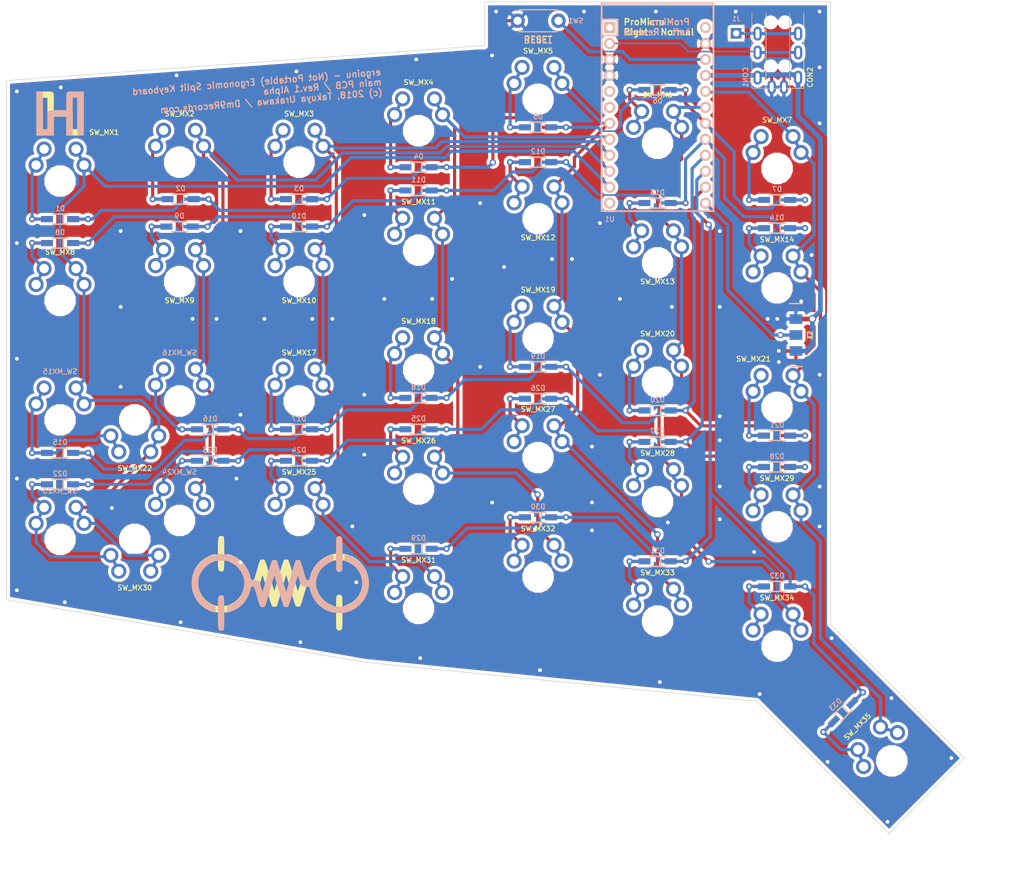
<source format=kicad_pcb>
(kicad_pcb (version 20171130) (host pcbnew "(5.0.0)")
  (layers (0 F.Cu signal) (31 B.Cu signal) (34 B.Paste user) (35 F.Paste user) (36 B.SilkS user) (37 F.SilkS user) (38 B.Mask user) (39 F.Mask user) (44 Edge.Cuts user))
  (net 0 "")
  (net 1 GND)
  (net 2 +5V)
  (net 3 "Net-(D1-Pad2)")
  (net 4 "Net-(D2-Pad2)")
  (net 5 "Net-(D3-Pad2)")
  (net 6 "Net-(D4-Pad2)")
  (net 7 "Net-(D5-Pad2)")
  (net 8 "Net-(D6-Pad2)")
  (net 9 "Net-(D7-Pad2)")
  (net 10 "Net-(D8-Pad2)")
  (net 11 "Net-(D9-Pad2)")
  (net 12 "Net-(D10-Pad2)")
  (net 13 "Net-(D11-Pad2)")
  (net 14 "Net-(D12-Pad2)")
  (net 15 "Net-(D13-Pad2)")
  (net 16 "Net-(D14-Pad2)")
  (net 17 "Net-(D15-Pad2)")
  (net 18 "Net-(D16-Pad2)")
  (net 19 "Net-(D17-Pad2)")
  (net 20 "Net-(D18-Pad2)")
  (net 21 "Net-(D19-Pad2)")
  (net 22 "Net-(D20-Pad2)")
  (net 23 "Net-(D21-Pad2)")
  (net 24 "Net-(D22-Pad2)")
  (net 25 "Net-(D23-Pad2)")
  (net 26 "Net-(D24-Pad2)")
  (net 27 "Net-(D25-Pad2)")
  (net 28 "Net-(D26-Pad2)")
  (net 29 "Net-(D27-Pad2)")
  (net 30 "Net-(D28-Pad2)")
  (net 31 "Net-(D29-Pad2)")
  (net 32 "Net-(D30-Pad2)")
  (net 33 /RESET)
  (net 34 "Net-(CON1-Pad4)")
  (net 35 "Net-(D31-Pad2)")
  (net 36 "Net-(D32-Pad2)")
  (net 37 "Net-(D33-Pad2)")
  (net 38 /ROW0)
  (net 39 /ROW1)
  (net 40 /ROW2)
  (net 41 /ROW3)
  (net 42 /ROW4)
  (net 43 /COL0)
  (net 44 /COL1)
  (net 45 /COL2)
  (net 46 /COL3)
  (net 47 /COL4)
  (net 48 /COL5)
  (net 49 /COL6)
  (net 50 /DATA)
  (net 51 /LED)
  (module dm9_keyboard:SW_Cherry_MX1A_1.00u_Plate_double_side (layer F.Cu) (at 145 108)
    (fp_text reference SW_MX29 (at 0 -7.7) (layer F.SilkS) (effects (font (size 0.8 0.8))))
    (fp_text value SW_Push hide)
    (pad 1 thru_hole circle (at 3.81 -2.54) (size 2.4 2.4) (drill 1.5) (layers *.Cu *.Mask) (net 49 /COL6))
    (pad 2 thru_hole circle (at -2.54 -5.08) (size 2.4 2.4) (drill 1.5) (layers *.Cu *.Mask) (net 30 "Net-(D28-Pad2)"))
    (pad 1 thru_hole circle (at 2.54 -5.08) (size 2.4 2.4) (drill 1.5) (layers *.Cu *.Mask) (net 49 /COL6))
    (pad 2 thru_hole circle (at -3.81 -2.54) (size 2.4 2.4) (drill 1.5) (layers *.Cu *.Mask) (net 30 "Net-(D28-Pad2)"))
    (pad "" np_thru_hole circle (at 0 0) (size 4 4) (drill 4) (layers *.Cu *.Mask))
  )
  (module dm9_silks:logo_dm9_15mm (layer F.Cu) (at 66 117)
    (fp_text reference SILK4 hide)
    (fp_text value silk hide)
  )
  (module dm9_silks:logo_dm9_15mm (layer B.Cu) (at 66 117)
    (fp_text reference SILK2 hide)
    (fp_text value silk hide)
  )
  (module dm9_conn:MJ-4PP-9 (layer B.Cu) (at 144 26.25 270)
    (fp_text reference CON1 (at 10.25 4 270) (layer B.SilkS) (effects (font (size 0.8 0.8)) (justify mirror)))
    (fp_text value MJ-4PP-9)
    (pad 1 thru_hole oval (at 11.8 -2.1 270) (size 2.2 1.3) (drill oval 1.5 0.6) (layers *.Cu *.Mask) (net 1 GND))
    (pad 2 thru_hole oval (at 10.3 2.1 270) (size 2.2 1.3) (drill oval 1.5 0.6) (layers *.Cu *.Mask) (net 2 +5V))
    (pad 3 thru_hole oval (at 6.3 2.1 270) (size 2.2 1.3) (drill oval 1.5 0.6) (layers *.Cu *.Mask) (net 50 /DATA))
    (pad 4 thru_hole oval (at 3.3 2.1 270) (size 2.2 1.3) (drill oval 1.5 0.6) (layers *.Cu *.Mask) (net 34 "Net-(CON1-Pad4)"))
    (pad "" np_thru_hole circle (at 8.5 0 270) (size 1.2 1.2) (drill 1.2) (layers *.Cu *.Mask))
    (pad "" np_thru_hole circle (at 1.5 0 270) (size 1.2 1.2) (drill 1.2) (layers *.Cu *.Mask))
  )
  (module dm9_conn:MJ-4PP-9 (layer F.Cu) (at 146.25 26.25 270)
    (fp_text reference CON2 (at 10.25 -4 270) (layer F.SilkS) (effects (font (size 0.8 0.8))))
    (fp_text value MJ-4PP-9)
    (pad 1 thru_hole oval (at 11.8 2.1 270) (size 2.2 1.3) (drill oval 1.5 0.6) (layers *.Cu *.Mask) (net 1 GND))
    (pad 2 thru_hole oval (at 10.3 -2.1 270) (size 2.2 1.3) (drill oval 1.5 0.6) (layers *.Cu *.Mask) (net 2 +5V))
    (pad 3 thru_hole oval (at 6.3 -2.1 270) (size 2.2 1.3) (drill oval 1.5 0.6) (layers *.Cu *.Mask) (net 50 /DATA))
    (pad 4 thru_hole oval (at 3.3 -2.1 270) (size 2.2 1.3) (drill oval 1.5 0.6) (layers *.Cu *.Mask) (net 34 "Net-(CON1-Pad4)"))
    (pad "" np_thru_hole circle (at 8.5 0 270) (size 1.2 1.2) (drill 1.2) (layers *.Cu *.Mask))
    (pad "" np_thru_hole circle (at 1.5 0 270) (size 1.2 1.2) (drill 1.2) (layers *.Cu *.Mask))
  )
  (module Pin_Headers:Pin_Header_Straight_1x01_Pitch2.54mm (layer B.Cu) (at 138.5 29.5 180)
    (fp_text reference J1 (at 0 2.33 180) (layer B.SilkS) (effects (font (size 0.8 0.8)) (justify mirror)))
    (fp_text value Conn_01x01)
    (pad 1 thru_hole rect (at 0 0 180) (size 1.7 1.7) (drill 1) (layers *.Cu *.Mask) (net 34 "Net-(CON1-Pad4)"))
  )
  (module dm9_keyboard:WS2812_tape_10mm (layer F.Cu) (at 148 77.5 180)
    (fp_text reference J2 (at -2.25 0 270) (layer F.SilkS) (effects (font (size 0.8 0.8))))
    (fp_text value Conn_01x03)
    (pad 3 smd rect (at 0 2.54 180) (size 2 1.524) (layers F.Cu F.Paste F.Mask) (net 2 +5V))
    (pad 2 smd rect (at 0 0 180) (size 2 1.524) (layers F.Cu F.Paste F.Mask) (net 51 /LED))
    (pad 1 smd rect (at 0 -2.54 180) (size 2 1.524) (layers F.Cu F.Paste F.Mask) (net 1 GND))
  )
  (module dm9_keyboard:WS2812_tape_10mm (layer B.Cu) (at 148 77.5 180)
    (fp_text reference J3 (at -2.25 0 90) (layer B.SilkS) (effects (font (size 0.8 0.8)) (justify mirror)))
    (fp_text value Conn_01x03)
    (pad 3 smd rect (at 0 -2.54 180) (size 2 1.524) (layers B.Cu B.Paste B.Mask) (net 2 +5V))
    (pad 2 smd rect (at 0 0 180) (size 2 1.524) (layers B.Cu B.Paste B.Mask) (net 51 /LED))
    (pad 1 smd rect (at 0 2.54 180) (size 2 1.524) (layers B.Cu B.Paste B.Mask) (net 1 GND))
  )
  (module dm9_keyboard:D_SOD123_double_side (layer B.Cu) (at 155.5 137.5 315)
    (fp_text reference D33 (at -1.700001 0 225) (layer B.SilkS) (effects (font (size 0.8 0.8)) (justify mirror)))
    (fp_text value 1N4148 hide)
    (pad 2 thru_hole circle (at 0 4.445001 315) (size 1 1) (drill 0.5) (layers *.Cu) (net 37 "Net-(D33-Pad2)"))
    (pad 1 thru_hole circle (at 0 -4.445001 315) (size 1 1) (drill 0.5) (layers *.Cu) (net 42 /ROW4))
    (pad 1 smd rect (at 0 -2.075001 315) (size 0.95 1.9) (layers F.Cu F.Paste F.Mask) (net 42 /ROW4))
    (pad 2 smd rect (at 0 2.075001 315) (size 0.95 1.9) (layers F.Cu F.Paste F.Mask) (net 37 "Net-(D33-Pad2)"))
    (pad 2 smd rect (at 0 2.075001 315) (size 0.95 1.9) (layers B.Cu B.Paste B.Mask) (net 37 "Net-(D33-Pad2)"))
    (pad 1 smd rect (at 0 -2.075001 315) (size 0.95 1.9) (layers B.Cu B.Paste B.Mask) (net 42 /ROW4))
  )
  (module dm9_keyboard:D_SOD123_double_side (layer B.Cu) (at 145 117.5 270)
    (fp_text reference D32 (at -1.7 0 180) (layer B.SilkS) (effects (font (size 0.8 0.8)) (justify mirror)))
    (fp_text value 1N4148 hide)
    (pad 2 thru_hole circle (at 0 4.445 270) (size 1 1) (drill 0.5) (layers *.Cu) (net 36 "Net-(D32-Pad2)"))
    (pad 1 thru_hole circle (at 0 -4.445 270) (size 1 1) (drill 0.5) (layers *.Cu) (net 42 /ROW4))
    (pad 1 smd rect (at 0 -2.075 270) (size 0.95 1.9) (layers F.Cu F.Paste F.Mask) (net 42 /ROW4))
    (pad 2 smd rect (at 0 2.075 270) (size 0.95 1.9) (layers F.Cu F.Paste F.Mask) (net 36 "Net-(D32-Pad2)"))
    (pad 2 smd rect (at 0 2.075 270) (size 0.95 1.9) (layers B.Cu B.Paste B.Mask) (net 36 "Net-(D32-Pad2)"))
    (pad 1 smd rect (at 0 -2.075 270) (size 0.95 1.9) (layers B.Cu B.Paste B.Mask) (net 42 /ROW4))
  )
  (module dm9_keyboard:D_SOD123_double_side (layer B.Cu) (at 126 113.5 270)
    (fp_text reference D31 (at -1.7 0 180) (layer B.SilkS) (effects (font (size 0.8 0.8)) (justify mirror)))
    (fp_text value 1N4148 hide)
    (pad 2 thru_hole circle (at 0 4.445 270) (size 1 1) (drill 0.5) (layers *.Cu) (net 35 "Net-(D31-Pad2)"))
    (pad 1 thru_hole circle (at 0 -4.445 270) (size 1 1) (drill 0.5) (layers *.Cu) (net 42 /ROW4))
    (pad 1 smd rect (at 0 -2.075 270) (size 0.95 1.9) (layers F.Cu F.Paste F.Mask) (net 42 /ROW4))
    (pad 2 smd rect (at 0 2.075 270) (size 0.95 1.9) (layers F.Cu F.Paste F.Mask) (net 35 "Net-(D31-Pad2)"))
    (pad 2 smd rect (at 0 2.075 270) (size 0.95 1.9) (layers B.Cu B.Paste B.Mask) (net 35 "Net-(D31-Pad2)"))
    (pad 1 smd rect (at 0 -2.075 270) (size 0.95 1.9) (layers B.Cu B.Paste B.Mask) (net 42 /ROW4))
  )
  (module dm9_keyboard:D_SOD123_double_side (layer B.Cu) (at 107 106.5 270)
    (fp_text reference D30 (at -1.7 0 180) (layer B.SilkS) (effects (font (size 0.8 0.8)) (justify mirror)))
    (fp_text value 1N4148 hide)
    (pad 2 thru_hole circle (at 0 4.445 270) (size 1 1) (drill 0.5) (layers *.Cu) (net 32 "Net-(D30-Pad2)"))
    (pad 1 thru_hole circle (at 0 -4.445 270) (size 1 1) (drill 0.5) (layers *.Cu) (net 42 /ROW4))
    (pad 1 smd rect (at 0 -2.075 270) (size 0.95 1.9) (layers F.Cu F.Paste F.Mask) (net 42 /ROW4))
    (pad 2 smd rect (at 0 2.075 270) (size 0.95 1.9) (layers F.Cu F.Paste F.Mask) (net 32 "Net-(D30-Pad2)"))
    (pad 2 smd rect (at 0 2.075 270) (size 0.95 1.9) (layers B.Cu B.Paste B.Mask) (net 32 "Net-(D30-Pad2)"))
    (pad 1 smd rect (at 0 -2.075 270) (size 0.95 1.9) (layers B.Cu B.Paste B.Mask) (net 42 /ROW4))
  )
  (module dm9_keyboard:D_SOD123_double_side (layer B.Cu) (at 88 111.5 270)
    (fp_text reference D29 (at -1.7 0 180) (layer B.SilkS) (effects (font (size 0.8 0.8)) (justify mirror)))
    (fp_text value 1N4148 hide)
    (pad 2 thru_hole circle (at 0 4.445 270) (size 1 1) (drill 0.5) (layers *.Cu) (net 31 "Net-(D29-Pad2)"))
    (pad 1 thru_hole circle (at 0 -4.445 270) (size 1 1) (drill 0.5) (layers *.Cu) (net 42 /ROW4))
    (pad 1 smd rect (at 0 -2.075 270) (size 0.95 1.9) (layers F.Cu F.Paste F.Mask) (net 42 /ROW4))
    (pad 2 smd rect (at 0 2.075 270) (size 0.95 1.9) (layers F.Cu F.Paste F.Mask) (net 31 "Net-(D29-Pad2)"))
    (pad 2 smd rect (at 0 2.075 270) (size 0.95 1.9) (layers B.Cu B.Paste B.Mask) (net 31 "Net-(D29-Pad2)"))
    (pad 1 smd rect (at 0 -2.075 270) (size 0.95 1.9) (layers B.Cu B.Paste B.Mask) (net 42 /ROW4))
  )
  (module dm9_keyboard:D_SOD123_double_side (layer B.Cu) (at 145 98.5 270)
    (fp_text reference D28 (at -1.7 0 180) (layer B.SilkS) (effects (font (size 0.8 0.8)) (justify mirror)))
    (fp_text value 1N4148 hide)
    (pad 2 thru_hole circle (at 0 4.445 270) (size 1 1) (drill 0.5) (layers *.Cu) (net 30 "Net-(D28-Pad2)"))
    (pad 1 thru_hole circle (at 0 -4.445 270) (size 1 1) (drill 0.5) (layers *.Cu) (net 41 /ROW3))
    (pad 1 smd rect (at 0 -2.075 270) (size 0.95 1.9) (layers F.Cu F.Paste F.Mask) (net 41 /ROW3))
    (pad 2 smd rect (at 0 2.075 270) (size 0.95 1.9) (layers F.Cu F.Paste F.Mask) (net 30 "Net-(D28-Pad2)"))
    (pad 2 smd rect (at 0 2.075 270) (size 0.95 1.9) (layers B.Cu B.Paste B.Mask) (net 30 "Net-(D28-Pad2)"))
    (pad 1 smd rect (at 0 -2.075 270) (size 0.95 1.9) (layers B.Cu B.Paste B.Mask) (net 41 /ROW3))
  )
  (module dm9_keyboard:D_SOD123_double_side (layer B.Cu) (at 126 94.5 270)
    (fp_text reference D27 (at -1.7 0 180) (layer B.SilkS) (effects (font (size 0.8 0.8)) (justify mirror)))
    (fp_text value 1N4148 hide)
    (pad 2 thru_hole circle (at 0 4.445 270) (size 1 1) (drill 0.5) (layers *.Cu) (net 29 "Net-(D27-Pad2)"))
    (pad 1 thru_hole circle (at 0 -4.445 270) (size 1 1) (drill 0.5) (layers *.Cu) (net 41 /ROW3))
    (pad 1 smd rect (at 0 -2.075 270) (size 0.95 1.9) (layers F.Cu F.Paste F.Mask) (net 41 /ROW3))
    (pad 2 smd rect (at 0 2.075 270) (size 0.95 1.9) (layers F.Cu F.Paste F.Mask) (net 29 "Net-(D27-Pad2)"))
    (pad 2 smd rect (at 0 2.075 270) (size 0.95 1.9) (layers B.Cu B.Paste B.Mask) (net 29 "Net-(D27-Pad2)"))
    (pad 1 smd rect (at 0 -2.075 270) (size 0.95 1.9) (layers B.Cu B.Paste B.Mask) (net 41 /ROW3))
  )
  (module dm9_keyboard:D_SOD123_double_side (layer B.Cu) (at 107 87.63 270)
    (fp_text reference D26 (at -1.7 0 180) (layer B.SilkS) (effects (font (size 0.8 0.8)) (justify mirror)))
    (fp_text value 1N4148 hide)
    (pad 2 thru_hole circle (at 0 4.445 270) (size 1 1) (drill 0.5) (layers *.Cu) (net 28 "Net-(D26-Pad2)"))
    (pad 1 thru_hole circle (at 0 -4.445 270) (size 1 1) (drill 0.5) (layers *.Cu) (net 41 /ROW3))
    (pad 1 smd rect (at 0 -2.075 270) (size 0.95 1.9) (layers F.Cu F.Paste F.Mask) (net 41 /ROW3))
    (pad 2 smd rect (at 0 2.075 270) (size 0.95 1.9) (layers F.Cu F.Paste F.Mask) (net 28 "Net-(D26-Pad2)"))
    (pad 2 smd rect (at 0 2.075 270) (size 0.95 1.9) (layers B.Cu B.Paste B.Mask) (net 28 "Net-(D26-Pad2)"))
    (pad 1 smd rect (at 0 -2.075 270) (size 0.95 1.9) (layers B.Cu B.Paste B.Mask) (net 41 /ROW3))
  )
  (module dm9_keyboard:D_SOD123_double_side (layer B.Cu) (at 88 92.5 270)
    (fp_text reference D25 (at -1.7 0 180) (layer B.SilkS) (effects (font (size 0.8 0.8)) (justify mirror)))
    (fp_text value 1N4148 hide)
    (pad 2 thru_hole circle (at 0 4.445 270) (size 1 1) (drill 0.5) (layers *.Cu) (net 27 "Net-(D25-Pad2)"))
    (pad 1 thru_hole circle (at 0 -4.445 270) (size 1 1) (drill 0.5) (layers *.Cu) (net 41 /ROW3))
    (pad 1 smd rect (at 0 -2.075 270) (size 0.95 1.9) (layers F.Cu F.Paste F.Mask) (net 41 /ROW3))
    (pad 2 smd rect (at 0 2.075 270) (size 0.95 1.9) (layers F.Cu F.Paste F.Mask) (net 27 "Net-(D25-Pad2)"))
    (pad 2 smd rect (at 0 2.075 270) (size 0.95 1.9) (layers B.Cu B.Paste B.Mask) (net 27 "Net-(D25-Pad2)"))
    (pad 1 smd rect (at 0 -2.075 270) (size 0.95 1.9) (layers B.Cu B.Paste B.Mask) (net 41 /ROW3))
  )
  (module dm9_keyboard:D_SOD123_double_side (layer B.Cu) (at 69 97.5 270)
    (fp_text reference D24 (at -1.7 0 180) (layer B.SilkS) (effects (font (size 0.8 0.8)) (justify mirror)))
    (fp_text value 1N4148 hide)
    (pad 2 thru_hole circle (at 0 4.445 270) (size 1 1) (drill 0.5) (layers *.Cu) (net 26 "Net-(D24-Pad2)"))
    (pad 1 thru_hole circle (at 0 -4.445 270) (size 1 1) (drill 0.5) (layers *.Cu) (net 41 /ROW3))
    (pad 1 smd rect (at 0 -2.075 270) (size 0.95 1.9) (layers F.Cu F.Paste F.Mask) (net 41 /ROW3))
    (pad 2 smd rect (at 0 2.075 270) (size 0.95 1.9) (layers F.Cu F.Paste F.Mask) (net 26 "Net-(D24-Pad2)"))
    (pad 2 smd rect (at 0 2.075 270) (size 0.95 1.9) (layers B.Cu B.Paste B.Mask) (net 26 "Net-(D24-Pad2)"))
    (pad 1 smd rect (at 0 -2.075 270) (size 0.95 1.9) (layers B.Cu B.Paste B.Mask) (net 41 /ROW3))
  )
  (module dm9_keyboard:D_SOD123_double_side (layer B.Cu) (at 54.864 97.5 270)
    (fp_text reference D23 (at -1.7 0 180) (layer B.SilkS) (effects (font (size 0.8 0.8)) (justify mirror)))
    (fp_text value 1N4148 hide)
    (pad 2 thru_hole circle (at 0 4.445 270) (size 1 1) (drill 0.5) (layers *.Cu) (net 25 "Net-(D23-Pad2)"))
    (pad 1 thru_hole circle (at 0 -4.445 270) (size 1 1) (drill 0.5) (layers *.Cu) (net 41 /ROW3))
    (pad 1 smd rect (at 0 -2.075 270) (size 0.95 1.9) (layers F.Cu F.Paste F.Mask) (net 41 /ROW3))
    (pad 2 smd rect (at 0 2.075 270) (size 0.95 1.9) (layers F.Cu F.Paste F.Mask) (net 25 "Net-(D23-Pad2)"))
    (pad 2 smd rect (at 0 2.075 270) (size 0.95 1.9) (layers B.Cu B.Paste B.Mask) (net 25 "Net-(D23-Pad2)"))
    (pad 1 smd rect (at 0 -2.075 270) (size 0.95 1.9) (layers B.Cu B.Paste B.Mask) (net 41 /ROW3))
  )
  (module dm9_keyboard:D_SOD123_double_side (layer B.Cu) (at 145 93.5 270)
    (fp_text reference D21 (at -1.7 0 180) (layer B.SilkS) (effects (font (size 0.8 0.8)) (justify mirror)))
    (fp_text value 1N4148 hide)
    (pad 2 thru_hole circle (at 0 4.445 270) (size 1 1) (drill 0.5) (layers *.Cu) (net 23 "Net-(D21-Pad2)"))
    (pad 1 thru_hole circle (at 0 -4.445 270) (size 1 1) (drill 0.5) (layers *.Cu) (net 40 /ROW2))
    (pad 1 smd rect (at 0 -2.075 270) (size 0.95 1.9) (layers F.Cu F.Paste F.Mask) (net 40 /ROW2))
    (pad 2 smd rect (at 0 2.075 270) (size 0.95 1.9) (layers F.Cu F.Paste F.Mask) (net 23 "Net-(D21-Pad2)"))
    (pad 2 smd rect (at 0 2.075 270) (size 0.95 1.9) (layers B.Cu B.Paste B.Mask) (net 23 "Net-(D21-Pad2)"))
    (pad 1 smd rect (at 0 -2.075 270) (size 0.95 1.9) (layers B.Cu B.Paste B.Mask) (net 40 /ROW2))
  )
  (module dm9_keyboard:D_SOD123_double_side (layer B.Cu) (at 126 89.5 270)
    (fp_text reference D20 (at -1.7 0 180) (layer B.SilkS) (effects (font (size 0.8 0.8)) (justify mirror)))
    (fp_text value 1N4148 hide)
    (pad 2 thru_hole circle (at 0 4.445 270) (size 1 1) (drill 0.5) (layers *.Cu) (net 22 "Net-(D20-Pad2)"))
    (pad 1 thru_hole circle (at 0 -4.445 270) (size 1 1) (drill 0.5) (layers *.Cu) (net 40 /ROW2))
    (pad 1 smd rect (at 0 -2.075 270) (size 0.95 1.9) (layers F.Cu F.Paste F.Mask) (net 40 /ROW2))
    (pad 2 smd rect (at 0 2.075 270) (size 0.95 1.9) (layers F.Cu F.Paste F.Mask) (net 22 "Net-(D20-Pad2)"))
    (pad 2 smd rect (at 0 2.075 270) (size 0.95 1.9) (layers B.Cu B.Paste B.Mask) (net 22 "Net-(D20-Pad2)"))
    (pad 1 smd rect (at 0 -2.075 270) (size 0.95 1.9) (layers B.Cu B.Paste B.Mask) (net 40 /ROW2))
  )
  (module dm9_keyboard:D_SOD123_double_side (layer B.Cu) (at 107 82.55 270)
    (fp_text reference D19 (at -1.7 0 180) (layer B.SilkS) (effects (font (size 0.8 0.8)) (justify mirror)))
    (fp_text value 1N4148 hide)
    (pad 2 thru_hole circle (at 0 4.445 270) (size 1 1) (drill 0.5) (layers *.Cu) (net 21 "Net-(D19-Pad2)"))
    (pad 1 thru_hole circle (at 0 -4.445 270) (size 1 1) (drill 0.5) (layers *.Cu) (net 40 /ROW2))
    (pad 1 smd rect (at 0 -2.075 270) (size 0.95 1.9) (layers F.Cu F.Paste F.Mask) (net 40 /ROW2))
    (pad 2 smd rect (at 0 2.075 270) (size 0.95 1.9) (layers F.Cu F.Paste F.Mask) (net 21 "Net-(D19-Pad2)"))
    (pad 2 smd rect (at 0 2.075 270) (size 0.95 1.9) (layers B.Cu B.Paste B.Mask) (net 21 "Net-(D19-Pad2)"))
    (pad 1 smd rect (at 0 -2.075 270) (size 0.95 1.9) (layers B.Cu B.Paste B.Mask) (net 40 /ROW2))
  )
  (module dm9_keyboard:D_SOD123_double_side (layer B.Cu) (at 88 87.5 270)
    (fp_text reference D18 (at -1.7 0 180) (layer B.SilkS) (effects (font (size 0.8 0.8)) (justify mirror)))
    (fp_text value 1N4148 hide)
    (pad 2 thru_hole circle (at 0 4.445 270) (size 1 1) (drill 0.5) (layers *.Cu) (net 20 "Net-(D18-Pad2)"))
    (pad 1 thru_hole circle (at 0 -4.445 270) (size 1 1) (drill 0.5) (layers *.Cu) (net 40 /ROW2))
    (pad 1 smd rect (at 0 -2.075 270) (size 0.95 1.9) (layers F.Cu F.Paste F.Mask) (net 40 /ROW2))
    (pad 2 smd rect (at 0 2.075 270) (size 0.95 1.9) (layers F.Cu F.Paste F.Mask) (net 20 "Net-(D18-Pad2)"))
    (pad 2 smd rect (at 0 2.075 270) (size 0.95 1.9) (layers B.Cu B.Paste B.Mask) (net 20 "Net-(D18-Pad2)"))
    (pad 1 smd rect (at 0 -2.075 270) (size 0.95 1.9) (layers B.Cu B.Paste B.Mask) (net 40 /ROW2))
  )
  (module dm9_keyboard:D_SOD123_double_side (layer B.Cu) (at 69 92.5 270)
    (fp_text reference D17 (at -1.7 0 180) (layer B.SilkS) (effects (font (size 0.8 0.8)) (justify mirror)))
    (fp_text value 1N4148 hide)
    (pad 2 thru_hole circle (at 0 4.445 270) (size 1 1) (drill 0.5) (layers *.Cu) (net 19 "Net-(D17-Pad2)"))
    (pad 1 thru_hole circle (at 0 -4.445 270) (size 1 1) (drill 0.5) (layers *.Cu) (net 40 /ROW2))
    (pad 1 smd rect (at 0 -2.075 270) (size 0.95 1.9) (layers F.Cu F.Paste F.Mask) (net 40 /ROW2))
    (pad 2 smd rect (at 0 2.075 270) (size 0.95 1.9) (layers F.Cu F.Paste F.Mask) (net 19 "Net-(D17-Pad2)"))
    (pad 2 smd rect (at 0 2.075 270) (size 0.95 1.9) (layers B.Cu B.Paste B.Mask) (net 19 "Net-(D17-Pad2)"))
    (pad 1 smd rect (at 0 -2.075 270) (size 0.95 1.9) (layers B.Cu B.Paste B.Mask) (net 40 /ROW2))
  )
  (module dm9_keyboard:D_SOD123_double_side (layer B.Cu) (at 54.864 92.5 270)
    (fp_text reference D16 (at -1.7 0 180) (layer B.SilkS) (effects (font (size 0.8 0.8)) (justify mirror)))
    (fp_text value 1N4148 hide)
    (pad 2 thru_hole circle (at 0 4.445 270) (size 1 1) (drill 0.5) (layers *.Cu) (net 18 "Net-(D16-Pad2)"))
    (pad 1 thru_hole circle (at 0 -4.445 270) (size 1 1) (drill 0.5) (layers *.Cu) (net 40 /ROW2))
    (pad 1 smd rect (at 0 -2.075 270) (size 0.95 1.9) (layers F.Cu F.Paste F.Mask) (net 40 /ROW2))
    (pad 2 smd rect (at 0 2.075 270) (size 0.95 1.9) (layers F.Cu F.Paste F.Mask) (net 18 "Net-(D16-Pad2)"))
    (pad 2 smd rect (at 0 2.075 270) (size 0.95 1.9) (layers B.Cu B.Paste B.Mask) (net 18 "Net-(D16-Pad2)"))
    (pad 1 smd rect (at 0 -2.075 270) (size 0.95 1.9) (layers B.Cu B.Paste B.Mask) (net 40 /ROW2))
  )
  (module dm9_keyboard:D_SOD123_double_side (layer B.Cu) (at 145 60.5 270)
    (fp_text reference D14 (at -1.7 0 180) (layer B.SilkS) (effects (font (size 0.8 0.8)) (justify mirror)))
    (fp_text value 1N4148 hide)
    (pad 2 thru_hole circle (at 0 4.445 270) (size 1 1) (drill 0.5) (layers *.Cu) (net 16 "Net-(D14-Pad2)"))
    (pad 1 thru_hole circle (at 0 -4.445 270) (size 1 1) (drill 0.5) (layers *.Cu) (net 39 /ROW1))
    (pad 1 smd rect (at 0 -2.075 270) (size 0.95 1.9) (layers F.Cu F.Paste F.Mask) (net 39 /ROW1))
    (pad 2 smd rect (at 0 2.075 270) (size 0.95 1.9) (layers F.Cu F.Paste F.Mask) (net 16 "Net-(D14-Pad2)"))
    (pad 2 smd rect (at 0 2.075 270) (size 0.95 1.9) (layers B.Cu B.Paste B.Mask) (net 16 "Net-(D14-Pad2)"))
    (pad 1 smd rect (at 0 -2.075 270) (size 0.95 1.9) (layers B.Cu B.Paste B.Mask) (net 39 /ROW1))
  )
  (module dm9_keyboard:D_SOD123_double_side (layer B.Cu) (at 126 56.5 270)
    (fp_text reference D13 (at -1.7 0 180) (layer B.SilkS) (effects (font (size 0.8 0.8)) (justify mirror)))
    (fp_text value 1N4148 hide)
    (pad 2 thru_hole circle (at 0 4.445 270) (size 1 1) (drill 0.5) (layers *.Cu) (net 15 "Net-(D13-Pad2)"))
    (pad 1 thru_hole circle (at 0 -4.445 270) (size 1 1) (drill 0.5) (layers *.Cu) (net 39 /ROW1))
    (pad 1 smd rect (at 0 -2.075 270) (size 0.95 1.9) (layers F.Cu F.Paste F.Mask) (net 39 /ROW1))
    (pad 2 smd rect (at 0 2.075 270) (size 0.95 1.9) (layers F.Cu F.Paste F.Mask) (net 15 "Net-(D13-Pad2)"))
    (pad 2 smd rect (at 0 2.075 270) (size 0.95 1.9) (layers B.Cu B.Paste B.Mask) (net 15 "Net-(D13-Pad2)"))
    (pad 1 smd rect (at 0 -2.075 270) (size 0.95 1.9) (layers B.Cu B.Paste B.Mask) (net 39 /ROW1))
  )
  (module dm9_keyboard:D_SOD123_double_side (layer B.Cu) (at 107 50 270)
    (fp_text reference D12 (at -1.7 0 180) (layer B.SilkS) (effects (font (size 0.8 0.8)) (justify mirror)))
    (fp_text value 1N4148 hide)
    (pad 2 thru_hole circle (at 0 4.445 270) (size 1 1) (drill 0.5) (layers *.Cu) (net 14 "Net-(D12-Pad2)"))
    (pad 1 thru_hole circle (at 0 -4.445 270) (size 1 1) (drill 0.5) (layers *.Cu) (net 39 /ROW1))
    (pad 1 smd rect (at 0 -2.075 270) (size 0.95 1.9) (layers F.Cu F.Paste F.Mask) (net 39 /ROW1))
    (pad 2 smd rect (at 0 2.075 270) (size 0.95 1.9) (layers F.Cu F.Paste F.Mask) (net 14 "Net-(D12-Pad2)"))
    (pad 2 smd rect (at 0 2.075 270) (size 0.95 1.9) (layers B.Cu B.Paste B.Mask) (net 14 "Net-(D12-Pad2)"))
    (pad 1 smd rect (at 0 -2.075 270) (size 0.95 1.9) (layers B.Cu B.Paste B.Mask) (net 39 /ROW1))
  )
  (module dm9_keyboard:D_SOD123_double_side (layer B.Cu) (at 88 54.5 270)
    (fp_text reference D11 (at -1.7 0 180) (layer B.SilkS) (effects (font (size 0.8 0.8)) (justify mirror)))
    (fp_text value 1N4148 hide)
    (pad 2 thru_hole circle (at 0 4.445 270) (size 1 1) (drill 0.5) (layers *.Cu) (net 13 "Net-(D11-Pad2)"))
    (pad 1 thru_hole circle (at 0 -4.445 270) (size 1 1) (drill 0.5) (layers *.Cu) (net 39 /ROW1))
    (pad 1 smd rect (at 0 -2.075 270) (size 0.95 1.9) (layers F.Cu F.Paste F.Mask) (net 39 /ROW1))
    (pad 2 smd rect (at 0 2.075 270) (size 0.95 1.9) (layers F.Cu F.Paste F.Mask) (net 13 "Net-(D11-Pad2)"))
    (pad 2 smd rect (at 0 2.075 270) (size 0.95 1.9) (layers B.Cu B.Paste B.Mask) (net 13 "Net-(D11-Pad2)"))
    (pad 1 smd rect (at 0 -2.075 270) (size 0.95 1.9) (layers B.Cu B.Paste B.Mask) (net 39 /ROW1))
  )
  (module dm9_keyboard:D_SOD123_double_side (layer B.Cu) (at 69 60.25 270)
    (fp_text reference D10 (at -1.7 0 180) (layer B.SilkS) (effects (font (size 0.8 0.8)) (justify mirror)))
    (fp_text value 1N4148 hide)
    (pad 2 thru_hole circle (at 0 4.445 270) (size 1 1) (drill 0.5) (layers *.Cu) (net 12 "Net-(D10-Pad2)"))
    (pad 1 thru_hole circle (at 0 -4.445 270) (size 1 1) (drill 0.5) (layers *.Cu) (net 39 /ROW1))
    (pad 1 smd rect (at 0 -2.075 270) (size 0.95 1.9) (layers F.Cu F.Paste F.Mask) (net 39 /ROW1))
    (pad 2 smd rect (at 0 2.075 270) (size 0.95 1.9) (layers F.Cu F.Paste F.Mask) (net 12 "Net-(D10-Pad2)"))
    (pad 2 smd rect (at 0 2.075 270) (size 0.95 1.9) (layers B.Cu B.Paste B.Mask) (net 12 "Net-(D10-Pad2)"))
    (pad 1 smd rect (at 0 -2.075 270) (size 0.95 1.9) (layers B.Cu B.Paste B.Mask) (net 39 /ROW1))
  )
  (module dm9_keyboard:D_SOD123_double_side (layer B.Cu) (at 50 60.25 270)
    (fp_text reference D9 (at -1.7 0 180) (layer B.SilkS) (effects (font (size 0.8 0.8)) (justify mirror)))
    (fp_text value 1N4148 hide)
    (pad 2 thru_hole circle (at 0 4.445 270) (size 1 1) (drill 0.5) (layers *.Cu) (net 11 "Net-(D9-Pad2)"))
    (pad 1 thru_hole circle (at 0 -4.445 270) (size 1 1) (drill 0.5) (layers *.Cu) (net 39 /ROW1))
    (pad 1 smd rect (at 0 -2.075 270) (size 0.95 1.9) (layers F.Cu F.Paste F.Mask) (net 39 /ROW1))
    (pad 2 smd rect (at 0 2.075 270) (size 0.95 1.9) (layers F.Cu F.Paste F.Mask) (net 11 "Net-(D9-Pad2)"))
    (pad 2 smd rect (at 0 2.075 270) (size 0.95 1.9) (layers B.Cu B.Paste B.Mask) (net 11 "Net-(D9-Pad2)"))
    (pad 1 smd rect (at 0 -2.075 270) (size 0.95 1.9) (layers B.Cu B.Paste B.Mask) (net 39 /ROW1))
  )
  (module dm9_keyboard:D_SOD123_double_side (layer B.Cu) (at 145 56 270)
    (fp_text reference D7 (at -1.7 0 180) (layer B.SilkS) (effects (font (size 0.8 0.8)) (justify mirror)))
    (fp_text value 1N4148 hide)
    (pad 2 thru_hole circle (at 0 4.445 270) (size 1 1) (drill 0.5) (layers *.Cu) (net 9 "Net-(D7-Pad2)"))
    (pad 1 thru_hole circle (at 0 -4.445 270) (size 1 1) (drill 0.5) (layers *.Cu) (net 38 /ROW0))
    (pad 1 smd rect (at 0 -2.075 270) (size 0.95 1.9) (layers F.Cu F.Paste F.Mask) (net 38 /ROW0))
    (pad 2 smd rect (at 0 2.075 270) (size 0.95 1.9) (layers F.Cu F.Paste F.Mask) (net 9 "Net-(D7-Pad2)"))
    (pad 2 smd rect (at 0 2.075 270) (size 0.95 1.9) (layers B.Cu B.Paste B.Mask) (net 9 "Net-(D7-Pad2)"))
    (pad 1 smd rect (at 0 -2.075 270) (size 0.95 1.9) (layers B.Cu B.Paste B.Mask) (net 38 /ROW0))
  )
  (module dm9_keyboard:D_SOD123_double_side (layer B.Cu) (at 126 38.5 270)
    (fp_text reference D6 (at 1.75 0 180) (layer B.SilkS) (effects (font (size 0.8 0.8)) (justify mirror)))
    (fp_text value 1N4148 hide)
    (pad 2 thru_hole circle (at 0 4.445 270) (size 1 1) (drill 0.5) (layers *.Cu) (net 8 "Net-(D6-Pad2)"))
    (pad 1 thru_hole circle (at 0 -4.445 270) (size 1 1) (drill 0.5) (layers *.Cu) (net 38 /ROW0))
    (pad 1 smd rect (at 0 -2.075 270) (size 0.95 1.9) (layers F.Cu F.Paste F.Mask) (net 38 /ROW0))
    (pad 2 smd rect (at 0 2.075 270) (size 0.95 1.9) (layers F.Cu F.Paste F.Mask) (net 8 "Net-(D6-Pad2)"))
    (pad 2 smd rect (at 0 2.075 270) (size 0.95 1.9) (layers B.Cu B.Paste B.Mask) (net 8 "Net-(D6-Pad2)"))
    (pad 1 smd rect (at 0 -2.075 270) (size 0.95 1.9) (layers B.Cu B.Paste B.Mask) (net 38 /ROW0))
  )
  (module dm9_keyboard:D_SOD123_double_side (layer B.Cu) (at 107 44.45 270)
    (fp_text reference D5 (at -1.7 0 180) (layer B.SilkS) (effects (font (size 0.8 0.8)) (justify mirror)))
    (fp_text value 1N4148 hide)
    (pad 2 thru_hole circle (at 0 4.445 270) (size 1 1) (drill 0.5) (layers *.Cu) (net 7 "Net-(D5-Pad2)"))
    (pad 1 thru_hole circle (at 0 -4.445 270) (size 1 1) (drill 0.5) (layers *.Cu) (net 38 /ROW0))
    (pad 1 smd rect (at 0 -2.075 270) (size 0.95 1.9) (layers F.Cu F.Paste F.Mask) (net 38 /ROW0))
    (pad 2 smd rect (at 0 2.075 270) (size 0.95 1.9) (layers F.Cu F.Paste F.Mask) (net 7 "Net-(D5-Pad2)"))
    (pad 2 smd rect (at 0 2.075 270) (size 0.95 1.9) (layers B.Cu B.Paste B.Mask) (net 7 "Net-(D5-Pad2)"))
    (pad 1 smd rect (at 0 -2.075 270) (size 0.95 1.9) (layers B.Cu B.Paste B.Mask) (net 38 /ROW0))
  )
  (module dm9_keyboard:D_SOD123_double_side (layer B.Cu) (at 88 50.8 270)
    (fp_text reference D4 (at -1.7 0 180) (layer B.SilkS) (effects (font (size 0.8 0.8)) (justify mirror)))
    (fp_text value 1N4148 hide)
    (pad 2 thru_hole circle (at 0 4.445 270) (size 1 1) (drill 0.5) (layers *.Cu) (net 6 "Net-(D4-Pad2)"))
    (pad 1 thru_hole circle (at 0 -4.445 270) (size 1 1) (drill 0.5) (layers *.Cu) (net 38 /ROW0))
    (pad 1 smd rect (at 0 -2.075 270) (size 0.95 1.9) (layers F.Cu F.Paste F.Mask) (net 38 /ROW0))
    (pad 2 smd rect (at 0 2.075 270) (size 0.95 1.9) (layers F.Cu F.Paste F.Mask) (net 6 "Net-(D4-Pad2)"))
    (pad 2 smd rect (at 0 2.075 270) (size 0.95 1.9) (layers B.Cu B.Paste B.Mask) (net 6 "Net-(D4-Pad2)"))
    (pad 1 smd rect (at 0 -2.075 270) (size 0.95 1.9) (layers B.Cu B.Paste B.Mask) (net 38 /ROW0))
  )
  (module dm9_keyboard:D_SOD123_double_side (layer B.Cu) (at 69 55.88 270)
    (fp_text reference D3 (at -1.7 0 180) (layer B.SilkS) (effects (font (size 0.8 0.8)) (justify mirror)))
    (fp_text value 1N4148 hide)
    (pad 2 thru_hole circle (at 0 4.445 270) (size 1 1) (drill 0.5) (layers *.Cu) (net 5 "Net-(D3-Pad2)"))
    (pad 1 thru_hole circle (at 0 -4.445 270) (size 1 1) (drill 0.5) (layers *.Cu) (net 38 /ROW0))
    (pad 1 smd rect (at 0 -2.075 270) (size 0.95 1.9) (layers F.Cu F.Paste F.Mask) (net 38 /ROW0))
    (pad 2 smd rect (at 0 2.075 270) (size 0.95 1.9) (layers F.Cu F.Paste F.Mask) (net 5 "Net-(D3-Pad2)"))
    (pad 2 smd rect (at 0 2.075 270) (size 0.95 1.9) (layers B.Cu B.Paste B.Mask) (net 5 "Net-(D3-Pad2)"))
    (pad 1 smd rect (at 0 -2.075 270) (size 0.95 1.9) (layers B.Cu B.Paste B.Mask) (net 38 /ROW0))
  )
  (module dm9_keyboard:D_SOD123_double_side (layer B.Cu) (at 50.165 55.88 270)
    (fp_text reference D2 (at -1.7 0 180) (layer B.SilkS) (effects (font (size 0.8 0.8)) (justify mirror)))
    (fp_text value 1N4148 hide)
    (pad 2 thru_hole circle (at 0 4.445 270) (size 1 1) (drill 0.5) (layers *.Cu) (net 4 "Net-(D2-Pad2)"))
    (pad 1 thru_hole circle (at 0 -4.445 270) (size 1 1) (drill 0.5) (layers *.Cu) (net 38 /ROW0))
    (pad 1 smd rect (at 0 -2.075 270) (size 0.95 1.9) (layers F.Cu F.Paste F.Mask) (net 38 /ROW0))
    (pad 2 smd rect (at 0 2.075 270) (size 0.95 1.9) (layers F.Cu F.Paste F.Mask) (net 4 "Net-(D2-Pad2)"))
    (pad 2 smd rect (at 0 2.075 270) (size 0.95 1.9) (layers B.Cu B.Paste B.Mask) (net 4 "Net-(D2-Pad2)"))
    (pad 1 smd rect (at 0 -2.075 270) (size 0.95 1.9) (layers B.Cu B.Paste B.Mask) (net 38 /ROW0))
  )
  (module dm9_switches:TVBP06 (layer B.Cu) (at 107 27.5 180)
    (fp_text reference SW1 (at -6 0 180) (layer B.SilkS) (effects (font (size 0.8 0.8)) (justify mirror)))
    (fp_text value TactSW_2pin)
    (pad 2 thru_hole circle (at 3.25 0 180) (size 2.3 2.3) (drill 1.3) (layers *.Cu *.Mask) (net 1 GND))
    (pad 1 thru_hole circle (at -3.25 0 180) (size 2.3 2.3) (drill 1.3) (layers *.Cu *.Mask) (net 33 /RESET))
  )
  (module dm9_keyboard:D_SOD123_double_side (layer B.Cu) (at 31 59.055 270)
    (fp_text reference D1 (at -1.7 0 180) (layer B.SilkS) (effects (font (size 0.8 0.8)) (justify mirror)))
    (fp_text value 1N4148 hide)
    (pad 2 thru_hole circle (at 0 4.445 270) (size 1 1) (drill 0.5) (layers *.Cu) (net 3 "Net-(D1-Pad2)"))
    (pad 1 thru_hole circle (at 0 -4.445 270) (size 1 1) (drill 0.5) (layers *.Cu) (net 38 /ROW0))
    (pad 1 smd rect (at 0 -2.075 270) (size 0.95 1.9) (layers F.Cu F.Paste F.Mask) (net 38 /ROW0))
    (pad 2 smd rect (at 0 2.075 270) (size 0.95 1.9) (layers F.Cu F.Paste F.Mask) (net 3 "Net-(D1-Pad2)"))
    (pad 2 smd rect (at 0 2.075 270) (size 0.95 1.9) (layers B.Cu B.Paste B.Mask) (net 3 "Net-(D1-Pad2)"))
    (pad 1 smd rect (at 0 -2.075 270) (size 0.95 1.9) (layers B.Cu B.Paste B.Mask) (net 38 /ROW0))
  )
  (module dm9_keyboard:D_SOD123_double_side (layer B.Cu) (at 31 62.865 270)
    (fp_text reference D8 (at -1.7 0 180) (layer B.SilkS) (effects (font (size 0.8 0.8)) (justify mirror)))
    (fp_text value 1N4148 hide)
    (pad 2 thru_hole circle (at 0 4.445 270) (size 1 1) (drill 0.5) (layers *.Cu) (net 10 "Net-(D8-Pad2)"))
    (pad 1 thru_hole circle (at 0 -4.445 270) (size 1 1) (drill 0.5) (layers *.Cu) (net 39 /ROW1))
    (pad 1 smd rect (at 0 -2.075 270) (size 0.95 1.9) (layers F.Cu F.Paste F.Mask) (net 39 /ROW1))
    (pad 2 smd rect (at 0 2.075 270) (size 0.95 1.9) (layers F.Cu F.Paste F.Mask) (net 10 "Net-(D8-Pad2)"))
    (pad 2 smd rect (at 0 2.075 270) (size 0.95 1.9) (layers B.Cu B.Paste B.Mask) (net 10 "Net-(D8-Pad2)"))
    (pad 1 smd rect (at 0 -2.075 270) (size 0.95 1.9) (layers B.Cu B.Paste B.Mask) (net 39 /ROW1))
  )
  (module dm9_keyboard:D_SOD123_double_side (layer B.Cu) (at 31 96.25 270)
    (fp_text reference D15 (at -1.7 0 180) (layer B.SilkS) (effects (font (size 0.8 0.8)) (justify mirror)))
    (fp_text value 1N4148 hide)
    (pad 2 thru_hole circle (at 0 4.445 270) (size 1 1) (drill 0.5) (layers *.Cu) (net 17 "Net-(D15-Pad2)"))
    (pad 1 thru_hole circle (at 0 -4.445 270) (size 1 1) (drill 0.5) (layers *.Cu) (net 40 /ROW2))
    (pad 1 smd rect (at 0 -2.075 270) (size 0.95 1.9) (layers F.Cu F.Paste F.Mask) (net 40 /ROW2))
    (pad 2 smd rect (at 0 2.075 270) (size 0.95 1.9) (layers F.Cu F.Paste F.Mask) (net 17 "Net-(D15-Pad2)"))
    (pad 2 smd rect (at 0 2.075 270) (size 0.95 1.9) (layers B.Cu B.Paste B.Mask) (net 17 "Net-(D15-Pad2)"))
    (pad 1 smd rect (at 0 -2.075 270) (size 0.95 1.9) (layers B.Cu B.Paste B.Mask) (net 40 /ROW2))
  )
  (module dm9_keyboard:D_SOD123_double_side (layer B.Cu) (at 31 101.25 270)
    (fp_text reference D22 (at -1.7 0 180) (layer B.SilkS) (effects (font (size 0.8 0.8)) (justify mirror)))
    (fp_text value 1N4148 hide)
    (pad 2 thru_hole circle (at 0 4.445 270) (size 1 1) (drill 0.5) (layers *.Cu) (net 24 "Net-(D22-Pad2)"))
    (pad 1 thru_hole circle (at 0 -4.445 270) (size 1 1) (drill 0.5) (layers *.Cu) (net 41 /ROW3))
    (pad 1 smd rect (at 0 -2.075 270) (size 0.95 1.9) (layers F.Cu F.Paste F.Mask) (net 41 /ROW3))
    (pad 2 smd rect (at 0 2.075 270) (size 0.95 1.9) (layers F.Cu F.Paste F.Mask) (net 24 "Net-(D22-Pad2)"))
    (pad 2 smd rect (at 0 2.075 270) (size 0.95 1.9) (layers B.Cu B.Paste B.Mask) (net 24 "Net-(D22-Pad2)"))
    (pad 1 smd rect (at 0 -2.075 270) (size 0.95 1.9) (layers B.Cu B.Paste B.Mask) (net 41 /ROW3))
  )
  (module dm9_silks:logo_hsgw_7_5mm (layer B.Cu) (at 31 42.25 180)
    (fp_text reference SILK1 hide)
    (fp_text value silk hide)
  )
  (module dm9_keyboard:SW_Cherry_MX1A_1.00u_Plate_double_side (layer F.Cu) (at 50 50)
    (fp_text reference SW_MX2 (at 0 -7.7) (layer F.SilkS) (effects (font (size 0.8 0.8))))
    (fp_text value SW_Push hide)
    (pad 1 thru_hole circle (at 3.81 -2.54) (size 2.4 2.4) (drill 1.5) (layers *.Cu *.Mask) (net 44 /COL1))
    (pad 2 thru_hole circle (at -2.54 -5.08) (size 2.4 2.4) (drill 1.5) (layers *.Cu *.Mask) (net 4 "Net-(D2-Pad2)"))
    (pad 1 thru_hole circle (at 2.54 -5.08) (size 2.4 2.4) (drill 1.5) (layers *.Cu *.Mask) (net 44 /COL1))
    (pad 2 thru_hole circle (at -3.81 -2.54) (size 2.4 2.4) (drill 1.5) (layers *.Cu *.Mask) (net 4 "Net-(D2-Pad2)"))
    (pad "" np_thru_hole circle (at 0 0) (size 4 4) (drill 4) (layers *.Cu *.Mask))
  )
  (module dm9_keyboard:SW_Cherry_MX1A_1.00u_Plate_double_side (layer F.Cu) (at 69 50)
    (fp_text reference SW_MX3 (at 0 -7.7) (layer F.SilkS) (effects (font (size 0.8 0.8))))
    (fp_text value SW_Push hide)
    (pad 1 thru_hole circle (at 3.81 -2.54) (size 2.4 2.4) (drill 1.5) (layers *.Cu *.Mask) (net 45 /COL2))
    (pad 2 thru_hole circle (at -2.54 -5.08) (size 2.4 2.4) (drill 1.5) (layers *.Cu *.Mask) (net 5 "Net-(D3-Pad2)"))
    (pad 1 thru_hole circle (at 2.54 -5.08) (size 2.4 2.4) (drill 1.5) (layers *.Cu *.Mask) (net 45 /COL2))
    (pad 2 thru_hole circle (at -3.81 -2.54) (size 2.4 2.4) (drill 1.5) (layers *.Cu *.Mask) (net 5 "Net-(D3-Pad2)"))
    (pad "" np_thru_hole circle (at 0 0) (size 4 4) (drill 4) (layers *.Cu *.Mask))
  )
  (module dm9_keyboard:SW_Cherry_MX1A_1.00u_Plate_double_side (layer F.Cu) (at 88 45)
    (fp_text reference SW_MX4 (at 0 -7.7) (layer F.SilkS) (effects (font (size 0.8 0.8))))
    (fp_text value SW_Push hide)
    (pad 1 thru_hole circle (at 3.81 -2.54) (size 2.4 2.4) (drill 1.5) (layers *.Cu *.Mask) (net 46 /COL3))
    (pad 2 thru_hole circle (at -2.54 -5.08) (size 2.4 2.4) (drill 1.5) (layers *.Cu *.Mask) (net 6 "Net-(D4-Pad2)"))
    (pad 1 thru_hole circle (at 2.54 -5.08) (size 2.4 2.4) (drill 1.5) (layers *.Cu *.Mask) (net 46 /COL3))
    (pad 2 thru_hole circle (at -3.81 -2.54) (size 2.4 2.4) (drill 1.5) (layers *.Cu *.Mask) (net 6 "Net-(D4-Pad2)"))
    (pad "" np_thru_hole circle (at 0 0) (size 4 4) (drill 4) (layers *.Cu *.Mask))
  )
  (module dm9_keyboard:SW_Cherry_MX1A_1.00u_Plate_double_side (layer F.Cu) (at 107 40)
    (fp_text reference SW_MX5 (at 0 -7.7) (layer F.SilkS) (effects (font (size 0.8 0.8))))
    (fp_text value SW_Push hide)
    (pad 1 thru_hole circle (at 3.81 -2.54) (size 2.4 2.4) (drill 1.5) (layers *.Cu *.Mask) (net 47 /COL4))
    (pad 2 thru_hole circle (at -2.54 -5.08) (size 2.4 2.4) (drill 1.5) (layers *.Cu *.Mask) (net 7 "Net-(D5-Pad2)"))
    (pad 1 thru_hole circle (at 2.54 -5.08) (size 2.4 2.4) (drill 1.5) (layers *.Cu *.Mask) (net 47 /COL4))
    (pad 2 thru_hole circle (at -3.81 -2.54) (size 2.4 2.4) (drill 1.5) (layers *.Cu *.Mask) (net 7 "Net-(D5-Pad2)"))
    (pad "" np_thru_hole circle (at 0 0) (size 4 4) (drill 4) (layers *.Cu *.Mask))
  )
  (module dm9_keyboard:SW_Cherry_MX1A_1.00u_Plate_double_side (layer F.Cu) (at 126 47)
    (fp_text reference SW_MX6 (at 0 -7.7) (layer F.SilkS) (effects (font (size 0.8 0.8))))
    (fp_text value SW_Push hide)
    (pad 1 thru_hole circle (at 3.81 -2.54) (size 2.4 2.4) (drill 1.5) (layers *.Cu *.Mask) (net 48 /COL5))
    (pad 2 thru_hole circle (at -2.54 -5.08) (size 2.4 2.4) (drill 1.5) (layers *.Cu *.Mask) (net 8 "Net-(D6-Pad2)"))
    (pad 1 thru_hole circle (at 2.54 -5.08) (size 2.4 2.4) (drill 1.5) (layers *.Cu *.Mask) (net 48 /COL5))
    (pad 2 thru_hole circle (at -3.81 -2.54) (size 2.4 2.4) (drill 1.5) (layers *.Cu *.Mask) (net 8 "Net-(D6-Pad2)"))
    (pad "" np_thru_hole circle (at 0 0) (size 4 4) (drill 4) (layers *.Cu *.Mask))
  )
  (module dm9_keyboard:SW_Cherry_MX1A_1.00u_Plate_double_side (layer F.Cu) (at 145 51)
    (fp_text reference SW_MX7 (at 0 -7.7) (layer F.SilkS) (effects (font (size 0.8 0.8))))
    (fp_text value SW_Push hide)
    (pad 1 thru_hole circle (at 3.81 -2.54) (size 2.4 2.4) (drill 1.5) (layers *.Cu *.Mask) (net 49 /COL6))
    (pad 2 thru_hole circle (at -2.54 -5.08) (size 2.4 2.4) (drill 1.5) (layers *.Cu *.Mask) (net 9 "Net-(D7-Pad2)"))
    (pad 1 thru_hole circle (at 2.54 -5.08) (size 2.4 2.4) (drill 1.5) (layers *.Cu *.Mask) (net 49 /COL6))
    (pad 2 thru_hole circle (at -3.81 -2.54) (size 2.4 2.4) (drill 1.5) (layers *.Cu *.Mask) (net 9 "Net-(D7-Pad2)"))
    (pad "" np_thru_hole circle (at 0 0) (size 4 4) (drill 4) (layers *.Cu *.Mask))
  )
  (module dm9_keyboard:SW_Cherry_MX1A_1.00u_Plate_double_side (layer F.Cu) (at 50 69)
    (fp_text reference SW_MX9 (at 0 3) (layer F.SilkS) (effects (font (size 0.8 0.8))))
    (fp_text value SW_Push hide)
    (pad 1 thru_hole circle (at 3.81 -2.54) (size 2.4 2.4) (drill 1.5) (layers *.Cu *.Mask) (net 44 /COL1))
    (pad 2 thru_hole circle (at -2.54 -5.08) (size 2.4 2.4) (drill 1.5) (layers *.Cu *.Mask) (net 11 "Net-(D9-Pad2)"))
    (pad 1 thru_hole circle (at 2.54 -5.08) (size 2.4 2.4) (drill 1.5) (layers *.Cu *.Mask) (net 44 /COL1))
    (pad 2 thru_hole circle (at -3.81 -2.54) (size 2.4 2.4) (drill 1.5) (layers *.Cu *.Mask) (net 11 "Net-(D9-Pad2)"))
    (pad "" np_thru_hole circle (at 0 0) (size 4 4) (drill 4) (layers *.Cu *.Mask))
  )
  (module dm9_keyboard:SW_Cherry_MX1A_1.00u_Plate_double_side (layer F.Cu) (at 69 69)
    (fp_text reference SW_MX10 (at 0 3) (layer F.SilkS) (effects (font (size 0.8 0.8))))
    (fp_text value SW_Push hide)
    (pad 1 thru_hole circle (at 3.81 -2.54) (size 2.4 2.4) (drill 1.5) (layers *.Cu *.Mask) (net 45 /COL2))
    (pad 2 thru_hole circle (at -2.54 -5.08) (size 2.4 2.4) (drill 1.5) (layers *.Cu *.Mask) (net 12 "Net-(D10-Pad2)"))
    (pad 1 thru_hole circle (at 2.54 -5.08) (size 2.4 2.4) (drill 1.5) (layers *.Cu *.Mask) (net 45 /COL2))
    (pad 2 thru_hole circle (at -3.81 -2.54) (size 2.4 2.4) (drill 1.5) (layers *.Cu *.Mask) (net 12 "Net-(D10-Pad2)"))
    (pad "" np_thru_hole circle (at 0 0) (size 4 4) (drill 4) (layers *.Cu *.Mask))
  )
  (module dm9_keyboard:SW_Cherry_MX1A_1.00u_Plate_double_side (layer F.Cu) (at 88 64)
    (fp_text reference SW_MX11 (at 0 -7.7) (layer F.SilkS) (effects (font (size 0.8 0.8))))
    (fp_text value SW_Push hide)
    (pad 1 thru_hole circle (at 3.81 -2.54) (size 2.4 2.4) (drill 1.5) (layers *.Cu *.Mask) (net 46 /COL3))
    (pad 2 thru_hole circle (at -2.54 -5.08) (size 2.4 2.4) (drill 1.5) (layers *.Cu *.Mask) (net 13 "Net-(D11-Pad2)"))
    (pad 1 thru_hole circle (at 2.54 -5.08) (size 2.4 2.4) (drill 1.5) (layers *.Cu *.Mask) (net 46 /COL3))
    (pad 2 thru_hole circle (at -3.81 -2.54) (size 2.4 2.4) (drill 1.5) (layers *.Cu *.Mask) (net 13 "Net-(D11-Pad2)"))
    (pad "" np_thru_hole circle (at 0 0) (size 4 4) (drill 4) (layers *.Cu *.Mask))
  )
  (module dm9_keyboard:SW_Cherry_MX1A_1.00u_Plate_double_side (layer F.Cu) (at 107 59)
    (fp_text reference SW_MX12 (at 0 3) (layer F.SilkS) (effects (font (size 0.8 0.8))))
    (fp_text value SW_Push hide)
    (pad 1 thru_hole circle (at 3.81 -2.54) (size 2.4 2.4) (drill 1.5) (layers *.Cu *.Mask) (net 47 /COL4))
    (pad 2 thru_hole circle (at -2.54 -5.08) (size 2.4 2.4) (drill 1.5) (layers *.Cu *.Mask) (net 14 "Net-(D12-Pad2)"))
    (pad 1 thru_hole circle (at 2.54 -5.08) (size 2.4 2.4) (drill 1.5) (layers *.Cu *.Mask) (net 47 /COL4))
    (pad 2 thru_hole circle (at -3.81 -2.54) (size 2.4 2.4) (drill 1.5) (layers *.Cu *.Mask) (net 14 "Net-(D12-Pad2)"))
    (pad "" np_thru_hole circle (at 0 0) (size 4 4) (drill 4) (layers *.Cu *.Mask))
  )
  (module dm9_keyboard:SW_Cherry_MX1A_1.00u_Plate_double_side (layer F.Cu) (at 126 66)
    (fp_text reference SW_MX13 (at 0 3) (layer F.SilkS) (effects (font (size 0.8 0.8))))
    (fp_text value SW_Push hide)
    (pad 1 thru_hole circle (at 3.81 -2.54) (size 2.4 2.4) (drill 1.5) (layers *.Cu *.Mask) (net 48 /COL5))
    (pad 2 thru_hole circle (at -2.54 -5.08) (size 2.4 2.4) (drill 1.5) (layers *.Cu *.Mask) (net 15 "Net-(D13-Pad2)"))
    (pad 1 thru_hole circle (at 2.54 -5.08) (size 2.4 2.4) (drill 1.5) (layers *.Cu *.Mask) (net 48 /COL5))
    (pad 2 thru_hole circle (at -3.81 -2.54) (size 2.4 2.4) (drill 1.5) (layers *.Cu *.Mask) (net 15 "Net-(D13-Pad2)"))
    (pad "" np_thru_hole circle (at 0 0) (size 4 4) (drill 4) (layers *.Cu *.Mask))
  )
  (module dm9_keyboard:SW_Cherry_MX1A_1.00u_Plate_double_side (layer F.Cu) (at 145 70)
    (fp_text reference SW_MX14 (at 0 -7.7) (layer F.SilkS) (effects (font (size 0.8 0.8))))
    (fp_text value SW_Push hide)
    (pad 1 thru_hole circle (at 3.81 -2.54) (size 2.4 2.4) (drill 1.5) (layers *.Cu *.Mask) (net 49 /COL6))
    (pad 2 thru_hole circle (at -2.54 -5.08) (size 2.4 2.4) (drill 1.5) (layers *.Cu *.Mask) (net 16 "Net-(D14-Pad2)"))
    (pad 1 thru_hole circle (at 2.54 -5.08) (size 2.4 2.4) (drill 1.5) (layers *.Cu *.Mask) (net 49 /COL6))
    (pad 2 thru_hole circle (at -3.81 -2.54) (size 2.4 2.4) (drill 1.5) (layers *.Cu *.Mask) (net 16 "Net-(D14-Pad2)"))
    (pad "" np_thru_hole circle (at 0 0) (size 4 4) (drill 4) (layers *.Cu *.Mask))
  )
  (module dm9_keyboard:SW_Cherry_MX1A_1.00u_Plate_double_side (layer B.Cu) (at 50 88 180)
    (fp_text reference SW_MX16 (at 0 7.7 180) (layer B.SilkS) (effects (font (size 0.8 0.8)) (justify mirror)))
    (fp_text value SW_Push hide)
    (pad 1 thru_hole circle (at 3.81 2.54 180) (size 2.4 2.4) (drill 1.5) (layers *.Cu *.Mask) (net 18 "Net-(D16-Pad2)"))
    (pad 2 thru_hole circle (at -2.54 5.08 180) (size 2.4 2.4) (drill 1.5) (layers *.Cu *.Mask) (net 44 /COL1))
    (pad 1 thru_hole circle (at 2.54 5.08 180) (size 2.4 2.4) (drill 1.5) (layers *.Cu *.Mask) (net 18 "Net-(D16-Pad2)"))
    (pad 2 thru_hole circle (at -3.81 2.54 180) (size 2.4 2.4) (drill 1.5) (layers *.Cu *.Mask) (net 44 /COL1))
    (pad "" np_thru_hole circle (at 0 0 180) (size 4 4) (drill 4) (layers *.Cu *.Mask))
  )
  (module dm9_keyboard:SW_Cherry_MX1A_1.00u_Plate_double_side (layer F.Cu) (at 69 88)
    (fp_text reference SW_MX17 (at 0 -7.7) (layer F.SilkS) (effects (font (size 0.8 0.8))))
    (fp_text value SW_Push hide)
    (pad 1 thru_hole circle (at 3.81 -2.54) (size 2.4 2.4) (drill 1.5) (layers *.Cu *.Mask) (net 45 /COL2))
    (pad 2 thru_hole circle (at -2.54 -5.08) (size 2.4 2.4) (drill 1.5) (layers *.Cu *.Mask) (net 19 "Net-(D17-Pad2)"))
    (pad 1 thru_hole circle (at 2.54 -5.08) (size 2.4 2.4) (drill 1.5) (layers *.Cu *.Mask) (net 45 /COL2))
    (pad 2 thru_hole circle (at -3.81 -2.54) (size 2.4 2.4) (drill 1.5) (layers *.Cu *.Mask) (net 19 "Net-(D17-Pad2)"))
    (pad "" np_thru_hole circle (at 0 0) (size 4 4) (drill 4) (layers *.Cu *.Mask))
  )
  (module dm9_keyboard:SW_Cherry_MX1A_1.00u_Plate_double_side (layer F.Cu) (at 88 83)
    (fp_text reference SW_MX18 (at 0 -7.7) (layer F.SilkS) (effects (font (size 0.8 0.8))))
    (fp_text value SW_Push hide)
    (pad 1 thru_hole circle (at 3.81 -2.54) (size 2.4 2.4) (drill 1.5) (layers *.Cu *.Mask) (net 46 /COL3))
    (pad 2 thru_hole circle (at -2.54 -5.08) (size 2.4 2.4) (drill 1.5) (layers *.Cu *.Mask) (net 20 "Net-(D18-Pad2)"))
    (pad 1 thru_hole circle (at 2.54 -5.08) (size 2.4 2.4) (drill 1.5) (layers *.Cu *.Mask) (net 46 /COL3))
    (pad 2 thru_hole circle (at -3.81 -2.54) (size 2.4 2.4) (drill 1.5) (layers *.Cu *.Mask) (net 20 "Net-(D18-Pad2)"))
    (pad "" np_thru_hole circle (at 0 0) (size 4 4) (drill 4) (layers *.Cu *.Mask))
  )
  (module dm9_keyboard:SW_Cherry_MX1A_1.00u_Plate_double_side (layer F.Cu) (at 107 78)
    (fp_text reference SW_MX19 (at 0 -7.7) (layer F.SilkS) (effects (font (size 0.8 0.8))))
    (fp_text value SW_Push hide)
    (pad 1 thru_hole circle (at 3.81 -2.54) (size 2.4 2.4) (drill 1.5) (layers *.Cu *.Mask) (net 47 /COL4))
    (pad 2 thru_hole circle (at -2.54 -5.08) (size 2.4 2.4) (drill 1.5) (layers *.Cu *.Mask) (net 21 "Net-(D19-Pad2)"))
    (pad 1 thru_hole circle (at 2.54 -5.08) (size 2.4 2.4) (drill 1.5) (layers *.Cu *.Mask) (net 47 /COL4))
    (pad 2 thru_hole circle (at -3.81 -2.54) (size 2.4 2.4) (drill 1.5) (layers *.Cu *.Mask) (net 21 "Net-(D19-Pad2)"))
    (pad "" np_thru_hole circle (at 0 0) (size 4 4) (drill 4) (layers *.Cu *.Mask))
  )
  (module dm9_keyboard:SW_Cherry_MX1A_1.00u_Plate_double_side (layer F.Cu) (at 126 85)
    (fp_text reference SW_MX20 (at 0 -7.7) (layer F.SilkS) (effects (font (size 0.8 0.8))))
    (fp_text value SW_Push hide)
    (pad 1 thru_hole circle (at 3.81 -2.54) (size 2.4 2.4) (drill 1.5) (layers *.Cu *.Mask) (net 48 /COL5))
    (pad 2 thru_hole circle (at -2.54 -5.08) (size 2.4 2.4) (drill 1.5) (layers *.Cu *.Mask) (net 22 "Net-(D20-Pad2)"))
    (pad 1 thru_hole circle (at 2.54 -5.08) (size 2.4 2.4) (drill 1.5) (layers *.Cu *.Mask) (net 48 /COL5))
    (pad 2 thru_hole circle (at -3.81 -2.54) (size 2.4 2.4) (drill 1.5) (layers *.Cu *.Mask) (net 22 "Net-(D20-Pad2)"))
    (pad "" np_thru_hole circle (at 0 0) (size 4 4) (drill 4) (layers *.Cu *.Mask))
  )
  (module dm9_keyboard:SW_Cherry_MX1A_1.00u_Plate_double_side (layer F.Cu) (at 145 89)
    (fp_text reference SW_MX21 (at -3.75 -7.7) (layer F.SilkS) (effects (font (size 0.8 0.8))))
    (fp_text value SW_Push hide)
    (pad 1 thru_hole circle (at 3.81 -2.54) (size 2.4 2.4) (drill 1.5) (layers *.Cu *.Mask) (net 49 /COL6))
    (pad 2 thru_hole circle (at -2.54 -5.08) (size 2.4 2.4) (drill 1.5) (layers *.Cu *.Mask) (net 23 "Net-(D21-Pad2)"))
    (pad 1 thru_hole circle (at 2.54 -5.08) (size 2.4 2.4) (drill 1.5) (layers *.Cu *.Mask) (net 49 /COL6))
    (pad 2 thru_hole circle (at -3.81 -2.54) (size 2.4 2.4) (drill 1.5) (layers *.Cu *.Mask) (net 23 "Net-(D21-Pad2)"))
    (pad "" np_thru_hole circle (at 0 0) (size 4 4) (drill 4) (layers *.Cu *.Mask))
  )
  (module dm9_keyboard:SW_Cherry_MX1A_1.00u_Plate_double_side (layer B.Cu) (at 50 107 180)
    (fp_text reference SW_MX24 (at 0 7.7 180) (layer B.SilkS) (effects (font (size 0.8 0.8)) (justify mirror)))
    (fp_text value SW_Push hide)
    (pad 1 thru_hole circle (at 3.81 2.54 180) (size 2.4 2.4) (drill 1.5) (layers *.Cu *.Mask) (net 25 "Net-(D23-Pad2)"))
    (pad 2 thru_hole circle (at -2.54 5.08 180) (size 2.4 2.4) (drill 1.5) (layers *.Cu *.Mask) (net 44 /COL1))
    (pad 1 thru_hole circle (at 2.54 5.08 180) (size 2.4 2.4) (drill 1.5) (layers *.Cu *.Mask) (net 25 "Net-(D23-Pad2)"))
    (pad 2 thru_hole circle (at -3.81 2.54 180) (size 2.4 2.4) (drill 1.5) (layers *.Cu *.Mask) (net 44 /COL1))
    (pad "" np_thru_hole circle (at 0 0 180) (size 4 4) (drill 4) (layers *.Cu *.Mask))
  )
  (module dm9_keyboard:SW_Cherry_MX1A_1.00u_Plate_double_side (layer F.Cu) (at 69 107)
    (fp_text reference SW_MX25 (at 0 -7.7) (layer F.SilkS) (effects (font (size 0.8 0.8))))
    (fp_text value SW_Push hide)
    (pad 1 thru_hole circle (at 3.81 -2.54) (size 2.4 2.4) (drill 1.5) (layers *.Cu *.Mask) (net 45 /COL2))
    (pad 2 thru_hole circle (at -2.54 -5.08) (size 2.4 2.4) (drill 1.5) (layers *.Cu *.Mask) (net 26 "Net-(D24-Pad2)"))
    (pad 1 thru_hole circle (at 2.54 -5.08) (size 2.4 2.4) (drill 1.5) (layers *.Cu *.Mask) (net 45 /COL2))
    (pad 2 thru_hole circle (at -3.81 -2.54) (size 2.4 2.4) (drill 1.5) (layers *.Cu *.Mask) (net 26 "Net-(D24-Pad2)"))
    (pad "" np_thru_hole circle (at 0 0) (size 4 4) (drill 4) (layers *.Cu *.Mask))
  )
  (module dm9_keyboard:SW_Cherry_MX1A_1.00u_Plate_double_side (layer F.Cu) (at 88 102)
    (fp_text reference SW_MX26 (at 0 -7.7) (layer F.SilkS) (effects (font (size 0.8 0.8))))
    (fp_text value SW_Push hide)
    (pad 1 thru_hole circle (at 3.81 -2.54) (size 2.4 2.4) (drill 1.5) (layers *.Cu *.Mask) (net 46 /COL3))
    (pad 2 thru_hole circle (at -2.54 -5.08) (size 2.4 2.4) (drill 1.5) (layers *.Cu *.Mask) (net 27 "Net-(D25-Pad2)"))
    (pad 1 thru_hole circle (at 2.54 -5.08) (size 2.4 2.4) (drill 1.5) (layers *.Cu *.Mask) (net 46 /COL3))
    (pad 2 thru_hole circle (at -3.81 -2.54) (size 2.4 2.4) (drill 1.5) (layers *.Cu *.Mask) (net 27 "Net-(D25-Pad2)"))
    (pad "" np_thru_hole circle (at 0 0) (size 4 4) (drill 4) (layers *.Cu *.Mask))
  )
  (module dm9_keyboard:SW_Cherry_MX1A_1.00u_Plate_double_side (layer F.Cu) (at 107 97)
    (fp_text reference SW_MX27 (at 0 -7.7) (layer F.SilkS) (effects (font (size 0.8 0.8))))
    (fp_text value SW_Push hide)
    (pad 1 thru_hole circle (at 3.81 -2.54) (size 2.4 2.4) (drill 1.5) (layers *.Cu *.Mask) (net 47 /COL4))
    (pad 2 thru_hole circle (at -2.54 -5.08) (size 2.4 2.4) (drill 1.5) (layers *.Cu *.Mask) (net 28 "Net-(D26-Pad2)"))
    (pad 1 thru_hole circle (at 2.54 -5.08) (size 2.4 2.4) (drill 1.5) (layers *.Cu *.Mask) (net 47 /COL4))
    (pad 2 thru_hole circle (at -3.81 -2.54) (size 2.4 2.4) (drill 1.5) (layers *.Cu *.Mask) (net 28 "Net-(D26-Pad2)"))
    (pad "" np_thru_hole circle (at 0 0) (size 4 4) (drill 4) (layers *.Cu *.Mask))
  )
  (module dm9_keyboard:SW_Cherry_MX1A_1.00u_Plate_double_side (layer F.Cu) (at 126 104)
    (fp_text reference SW_MX28 (at 0 -7.7) (layer F.SilkS) (effects (font (size 0.8 0.8))))
    (fp_text value SW_Push hide)
    (pad 1 thru_hole circle (at 3.81 -2.54) (size 2.4 2.4) (drill 1.5) (layers *.Cu *.Mask) (net 48 /COL5))
    (pad 2 thru_hole circle (at -2.54 -5.08) (size 2.4 2.4) (drill 1.5) (layers *.Cu *.Mask) (net 29 "Net-(D27-Pad2)"))
    (pad 1 thru_hole circle (at 2.54 -5.08) (size 2.4 2.4) (drill 1.5) (layers *.Cu *.Mask) (net 48 /COL5))
    (pad 2 thru_hole circle (at -3.81 -2.54) (size 2.4 2.4) (drill 1.5) (layers *.Cu *.Mask) (net 29 "Net-(D27-Pad2)"))
    (pad "" np_thru_hole circle (at 0 0) (size 4 4) (drill 4) (layers *.Cu *.Mask))
  )
  (module dm9_keyboard:SW_Cherry_MX1A_1.00u_Plate_double_side (layer F.Cu) (at 88 121)
    (fp_text reference SW_MX31 (at 0 -7.7) (layer F.SilkS) (effects (font (size 0.8 0.8))))
    (fp_text value SW_Push hide)
    (pad 1 thru_hole circle (at 3.81 -2.54) (size 2.4 2.4) (drill 1.5) (layers *.Cu *.Mask) (net 45 /COL2))
    (pad 2 thru_hole circle (at -2.54 -5.08) (size 2.4 2.4) (drill 1.5) (layers *.Cu *.Mask) (net 31 "Net-(D29-Pad2)"))
    (pad 1 thru_hole circle (at 2.54 -5.08) (size 2.4 2.4) (drill 1.5) (layers *.Cu *.Mask) (net 45 /COL2))
    (pad 2 thru_hole circle (at -3.81 -2.54) (size 2.4 2.4) (drill 1.5) (layers *.Cu *.Mask) (net 31 "Net-(D29-Pad2)"))
    (pad "" np_thru_hole circle (at 0 0) (size 4 4) (drill 4) (layers *.Cu *.Mask))
  )
  (module dm9_keyboard:SW_Cherry_MX1A_1.00u_Plate_double_side (layer F.Cu) (at 107 116)
    (fp_text reference SW_MX32 (at 0 -7.7) (layer F.SilkS) (effects (font (size 0.8 0.8))))
    (fp_text value SW_Push hide)
    (pad 1 thru_hole circle (at 3.81 -2.54) (size 2.4 2.4) (drill 1.5) (layers *.Cu *.Mask) (net 46 /COL3))
    (pad 2 thru_hole circle (at -2.54 -5.08) (size 2.4 2.4) (drill 1.5) (layers *.Cu *.Mask) (net 32 "Net-(D30-Pad2)"))
    (pad 1 thru_hole circle (at 2.54 -5.08) (size 2.4 2.4) (drill 1.5) (layers *.Cu *.Mask) (net 46 /COL3))
    (pad 2 thru_hole circle (at -3.81 -2.54) (size 2.4 2.4) (drill 1.5) (layers *.Cu *.Mask) (net 32 "Net-(D30-Pad2)"))
    (pad "" np_thru_hole circle (at 0 0) (size 4 4) (drill 4) (layers *.Cu *.Mask))
  )
  (module dm9_keyboard:SW_Cherry_MX1A_1.00u_Plate_double_side (layer F.Cu) (at 126 123)
    (fp_text reference SW_MX33 (at 0 -7.7) (layer F.SilkS) (effects (font (size 0.8 0.8))))
    (fp_text value SW_Push hide)
    (pad 1 thru_hole circle (at 3.81 -2.54) (size 2.4 2.4) (drill 1.5) (layers *.Cu *.Mask) (net 47 /COL4))
    (pad 2 thru_hole circle (at -2.54 -5.08) (size 2.4 2.4) (drill 1.5) (layers *.Cu *.Mask) (net 35 "Net-(D31-Pad2)"))
    (pad 1 thru_hole circle (at 2.54 -5.08) (size 2.4 2.4) (drill 1.5) (layers *.Cu *.Mask) (net 47 /COL4))
    (pad 2 thru_hole circle (at -3.81 -2.54) (size 2.4 2.4) (drill 1.5) (layers *.Cu *.Mask) (net 35 "Net-(D31-Pad2)"))
    (pad "" np_thru_hole circle (at 0 0) (size 4 4) (drill 4) (layers *.Cu *.Mask))
  )
  (module dm9_keyboard:SW_Cherry_MX1A_1.00u_Plate_double_side (layer F.Cu) (at 145 127)
    (fp_text reference SW_MX34 (at 0 -7.7) (layer F.SilkS) (effects (font (size 0.8 0.8))))
    (fp_text value SW_Push hide)
    (pad 1 thru_hole circle (at 3.81 -2.54) (size 2.4 2.4) (drill 1.5) (layers *.Cu *.Mask) (net 48 /COL5))
    (pad 2 thru_hole circle (at -2.54 -5.08) (size 2.4 2.4) (drill 1.5) (layers *.Cu *.Mask) (net 36 "Net-(D32-Pad2)"))
    (pad 1 thru_hole circle (at 2.54 -5.08) (size 2.4 2.4) (drill 1.5) (layers *.Cu *.Mask) (net 48 /COL5))
    (pad 2 thru_hole circle (at -3.81 -2.54) (size 2.4 2.4) (drill 1.5) (layers *.Cu *.Mask) (net 36 "Net-(D32-Pad2)"))
    (pad "" np_thru_hole circle (at 0 0) (size 4 4) (drill 4) (layers *.Cu *.Mask))
  )
  (module dm9_keyboard:SW_Cherry_MX1A_1.00u_Plate_double_side (layer F.Cu) (at 31 53)
    (fp_text reference SW_MX1 (at 7 -7.75) (layer F.SilkS) (effects (font (size 0.8 0.8))))
    (fp_text value SW_Push hide)
    (pad 1 thru_hole circle (at 3.81 -2.54) (size 2.4 2.4) (drill 1.5) (layers *.Cu *.Mask) (net 43 /COL0))
    (pad 2 thru_hole circle (at -2.54 -5.08) (size 2.4 2.4) (drill 1.5) (layers *.Cu *.Mask) (net 3 "Net-(D1-Pad2)"))
    (pad 1 thru_hole circle (at 2.54 -5.08) (size 2.4 2.4) (drill 1.5) (layers *.Cu *.Mask) (net 43 /COL0))
    (pad 2 thru_hole circle (at -3.81 -2.54) (size 2.4 2.4) (drill 1.5) (layers *.Cu *.Mask) (net 3 "Net-(D1-Pad2)"))
    (pad "" np_thru_hole circle (at 0 0) (size 4 4) (drill 4) (layers *.Cu *.Mask))
  )
  (module dm9_keyboard:SW_Cherry_MX1A_1.00u_Plate_double_side (layer F.Cu) (at 31 72)
    (fp_text reference SW_MX8 (at 0 -7.7) (layer F.SilkS) (effects (font (size 0.8 0.8))))
    (fp_text value SW_Push hide)
    (pad 1 thru_hole circle (at 3.81 -2.54) (size 2.4 2.4) (drill 1.5) (layers *.Cu *.Mask) (net 43 /COL0))
    (pad 2 thru_hole circle (at -2.54 -5.08) (size 2.4 2.4) (drill 1.5) (layers *.Cu *.Mask) (net 10 "Net-(D8-Pad2)"))
    (pad 1 thru_hole circle (at 2.54 -5.08) (size 2.4 2.4) (drill 1.5) (layers *.Cu *.Mask) (net 43 /COL0))
    (pad 2 thru_hole circle (at -3.81 -2.54) (size 2.4 2.4) (drill 1.5) (layers *.Cu *.Mask) (net 10 "Net-(D8-Pad2)"))
    (pad "" np_thru_hole circle (at 0 0) (size 4 4) (drill 4) (layers *.Cu *.Mask))
  )
  (module dm9_keyboard:SW_Cherry_MX1A_1.00u_Plate_double_side (layer B.Cu) (at 31 91 180)
    (fp_text reference SW_MX15 (at 0 7.7 180) (layer B.SilkS) (effects (font (size 0.8 0.8)) (justify mirror)))
    (fp_text value SW_Push hide)
    (pad 1 thru_hole circle (at 3.81 2.54 180) (size 2.4 2.4) (drill 1.5) (layers *.Cu *.Mask) (net 17 "Net-(D15-Pad2)"))
    (pad 2 thru_hole circle (at -2.54 5.08 180) (size 2.4 2.4) (drill 1.5) (layers *.Cu *.Mask) (net 43 /COL0))
    (pad 1 thru_hole circle (at 2.54 5.08 180) (size 2.4 2.4) (drill 1.5) (layers *.Cu *.Mask) (net 17 "Net-(D15-Pad2)"))
    (pad 2 thru_hole circle (at -3.81 2.54 180) (size 2.4 2.4) (drill 1.5) (layers *.Cu *.Mask) (net 43 /COL0))
    (pad "" np_thru_hole circle (at 0 0 180) (size 4 4) (drill 4) (layers *.Cu *.Mask))
  )
  (module dm9_keyboard:SW_Cherry_MX1A_1.00u_Plate_double_side (layer B.Cu) (at 31 110 180)
    (fp_text reference SW_MX23 (at 0 7.7 180) (layer B.SilkS) (effects (font (size 0.8 0.8)) (justify mirror)))
    (fp_text value SW_Push hide)
    (pad 1 thru_hole circle (at 3.81 2.54 180) (size 2.4 2.4) (drill 1.5) (layers *.Cu *.Mask) (net 24 "Net-(D22-Pad2)"))
    (pad 2 thru_hole circle (at -2.54 5.08 180) (size 2.4 2.4) (drill 1.5) (layers *.Cu *.Mask) (net 43 /COL0))
    (pad 1 thru_hole circle (at 2.54 5.08 180) (size 2.4 2.4) (drill 1.5) (layers *.Cu *.Mask) (net 24 "Net-(D22-Pad2)"))
    (pad 2 thru_hole circle (at -3.81 2.54 180) (size 2.4 2.4) (drill 1.5) (layers *.Cu *.Mask) (net 43 /COL0))
    (pad "" np_thru_hole circle (at 0 0 180) (size 4 4) (drill 4) (layers *.Cu *.Mask))
  )
  (module dm9_keyboard:SW_Cherry_MX1A_1.75u_Plate_double_side (layer F.Cu) (at 42.875 110 180)
    (fp_text reference SW_MX30 (at 0 -7.7 180) (layer F.SilkS) (effects (font (size 0.8 0.8))))
    (fp_text value SW_Push hide)
    (pad 1 thru_hole circle (at 3.81 -2.54 180) (size 2.4 2.4) (drill 1.5) (layers *.Cu *.Mask) (net 24 "Net-(D22-Pad2)"))
    (pad 2 thru_hole circle (at -2.54 -5.08 180) (size 2.4 2.4) (drill 1.5) (layers *.Cu *.Mask) (net 43 /COL0))
    (pad 1 thru_hole circle (at 2.54 -5.08 180) (size 2.4 2.4) (drill 1.5) (layers *.Cu *.Mask) (net 24 "Net-(D22-Pad2)"))
    (pad 2 thru_hole circle (at -3.81 -2.54 180) (size 2.4 2.4) (drill 1.5) (layers *.Cu *.Mask) (net 43 /COL0))
    (pad "" np_thru_hole circle (at 0 0 180) (size 4 4) (drill 4) (layers *.Cu *.Mask))
  )
  (module dm9_keyboard:SW_Cherry_MX1A_1.25u_Plate_double_side (layer F.Cu) (at 163.25 145.25 45)
    (fp_text reference SW_MX35 (at 0 -7.7 45) (layer F.SilkS) (effects (font (size 0.8 0.8))))
    (fp_text value SW_Push hide)
    (pad 1 thru_hole circle (at 3.81 -2.54 45) (size 2.4 2.4) (drill 1.5) (layers *.Cu *.Mask) (net 49 /COL6))
    (pad 2 thru_hole circle (at -2.54 -5.08 45) (size 2.4 2.4) (drill 1.5) (layers *.Cu *.Mask) (net 37 "Net-(D33-Pad2)"))
    (pad 1 thru_hole circle (at 2.54 -5.08 45) (size 2.4 2.4) (drill 1.5) (layers *.Cu *.Mask) (net 49 /COL6))
    (pad 2 thru_hole circle (at -3.81 -2.54 45) (size 2.4 2.4) (drill 1.5) (layers *.Cu *.Mask) (net 37 "Net-(D33-Pad2)"))
    (pad "" np_thru_hole circle (at 0 0 45) (size 4 4) (drill 4) (layers *.Cu *.Mask))
  )
  (module dm9_keyboard:SW_Cherry_MX1A_1.75u_Plate_double_side (layer F.Cu) (at 42.875 91 180)
    (fp_text reference SW_MX22 (at 0 -7.7 180) (layer F.SilkS) (effects (font (size 0.8 0.8))))
    (fp_text value SW_Push hide)
    (pad 1 thru_hole circle (at 3.81 -2.54 180) (size 2.4 2.4) (drill 1.5) (layers *.Cu *.Mask) (net 17 "Net-(D15-Pad2)"))
    (pad 2 thru_hole circle (at -2.54 -5.08 180) (size 2.4 2.4) (drill 1.5) (layers *.Cu *.Mask) (net 43 /COL0))
    (pad 1 thru_hole circle (at 2.54 -5.08 180) (size 2.4 2.4) (drill 1.5) (layers *.Cu *.Mask) (net 17 "Net-(D15-Pad2)"))
    (pad 2 thru_hole circle (at -3.81 -2.54 180) (size 2.4 2.4) (drill 1.5) (layers *.Cu *.Mask) (net 43 /COL0))
    (pad "" np_thru_hole circle (at 0 0 180) (size 4 4) (drill 4) (layers *.Cu *.Mask))
  )
  (module dm9_silks:logo_hsgw_7_5mm (layer F.Cu) (at 31 42.25)
    (fp_text reference SILK3 hide)
    (fp_text value silk hide)
  )
  (module dm9_keyboard:Pro_Micro_Reverse_silk (layer F.Cu) (at 126 42.545 270)
    (fp_text reference U1 (at 16.51 7.62) (layer B.SilkS) (effects (font (size 0.8 0.8)) (justify mirror)))
    (fp_text value pro_micro hide)
    (pad 13 thru_hole circle (at 13.97 -7.62 270) (size 1.7526 1.7526) (drill 1.0922) (layers *.Cu *.SilkS *.Mask) (net 51 /LED))
    (pad 14 thru_hole circle (at 11.43 -7.62 270) (size 1.7526 1.7526) (drill 1.0922) (layers *.Cu *.SilkS *.Mask) (net 42 /ROW4))
    (pad 15 thru_hole circle (at 8.89 -7.62 270) (size 1.7526 1.7526) (drill 1.0922) (layers *.Cu *.SilkS *.Mask) (net 41 /ROW3))
    (pad 16 thru_hole circle (at 6.35 -7.62 270) (size 1.7526 1.7526) (drill 1.0922) (layers *.Cu *.SilkS *.Mask) (net 40 /ROW2))
    (pad 17 thru_hole circle (at 3.81 -7.62 270) (size 1.7526 1.7526) (drill 1.0922) (layers *.Cu *.SilkS *.Mask) (net 39 /ROW1))
    (pad 18 thru_hole circle (at 1.27 -7.62 270) (size 1.7526 1.7526) (drill 1.0922) (layers *.Cu *.SilkS *.Mask) (net 38 /ROW0))
    (pad 19 thru_hole circle (at -1.27 -7.62 270) (size 1.7526 1.7526) (drill 1.0922) (layers *.Cu *.SilkS *.Mask) (net 48 /COL5))
    (pad 20 thru_hole circle (at -3.81 -7.62 270) (size 1.7526 1.7526) (drill 1.0922) (layers *.Cu *.SilkS *.Mask) (net 49 /COL6))
    (pad 21 thru_hole circle (at -6.35 -7.62 270) (size 1.7526 1.7526) (drill 1.0922) (layers *.Cu *.SilkS *.Mask) (net 2 +5V))
    (pad 22 thru_hole circle (at -8.89 -7.62 270) (size 1.7526 1.7526) (drill 1.0922) (layers *.Cu *.SilkS *.Mask) (net 33 /RESET))
    (pad 23 thru_hole circle (at -11.43 -7.62 270) (size 1.7526 1.7526) (drill 1.0922) (layers *.Cu *.SilkS *.Mask) (net 1 GND))
    (pad 24 thru_hole circle (at -13.97 -7.62 270) (size 1.7526 1.7526) (drill 1.0922) (layers *.Cu *.SilkS *.Mask))
    (pad 12 thru_hole circle (at 13.97 7.62 270) (size 1.7526 1.7526) (drill 1.0922) (layers *.Cu *.SilkS *.Mask))
    (pad 11 thru_hole circle (at 11.43 7.62 270) (size 1.7526 1.7526) (drill 1.0922) (layers *.Cu *.SilkS *.Mask) (net 43 /COL0))
    (pad 10 thru_hole circle (at 8.89 7.62 270) (size 1.7526 1.7526) (drill 1.0922) (layers *.Cu *.SilkS *.Mask) (net 44 /COL1))
    (pad 9 thru_hole circle (at 6.35 7.62 270) (size 1.7526 1.7526) (drill 1.0922) (layers *.Cu *.SilkS *.Mask) (net 45 /COL2))
    (pad 8 thru_hole circle (at 3.81 7.62 270) (size 1.7526 1.7526) (drill 1.0922) (layers *.Cu *.SilkS *.Mask) (net 46 /COL3))
    (pad 7 thru_hole circle (at 1.27 7.62 270) (size 1.7526 1.7526) (drill 1.0922) (layers *.Cu *.SilkS *.Mask) (net 47 /COL4))
    (pad 6 thru_hole circle (at -1.27 7.62 270) (size 1.7526 1.7526) (drill 1.0922) (layers *.Cu *.SilkS *.Mask))
    (pad 5 thru_hole circle (at -3.81 7.62 270) (size 1.7526 1.7526) (drill 1.0922) (layers *.Cu *.SilkS *.Mask))
    (pad 4 thru_hole circle (at -6.35 7.62 270) (size 1.7526 1.7526) (drill 1.0922) (layers *.Cu *.SilkS *.Mask) (net 1 GND))
    (pad 3 thru_hole circle (at -8.89 7.62 270) (size 1.7526 1.7526) (drill 1.0922) (layers *.Cu *.SilkS *.Mask) (net 1 GND))
    (pad 2 thru_hole circle (at -11.43 7.62 270) (size 1.7526 1.7526) (drill 1.0922) (layers *.Cu *.SilkS *.Mask) (net 50 /DATA))
    (pad 1 thru_hole rect (at -13.97 7.62 270) (size 1.7526 1.7526) (drill 1.0922) (layers *.Cu *.SilkS *.Mask))
  )
  (gr_line (start 79.452548 129.55879) (end 22.501309 119.616641) (layer Edge.Cuts) (width 0.1))
  (gr_line (start 153.500598 24.499209) (end 98.50046 24.499209) (layer Edge.Cuts) (width 0.1))
  (gr_line (start 153.500598 123.477753) (end 153.500598 24.499209) (layer Edge.Cuts) (width 0.1))
  (gr_line (start 98.50046 24.499209) (end 98.50046 31.517923) (layer Edge.Cuts) (width 0.1))
  (gr_line (start 141.763763 135.783765) (end 162.808271 156.828272) (layer Edge.Cuts) (width 0.1))
  (gr_line (start 22.501309 119.616641) (end 22.501309 37.005723) (layer Edge.Cuts) (width 0.1))
  (gr_line (start 174.828381 144.808162) (end 153.500598 123.477753) (layer Edge.Cuts) (width 0.1))
  (gr_line (start 22.501309 37.005723) (end 97.50046 31.517923) (layer Edge.Cuts) (width 0.1))
  (gr_line (start 162.808271 156.828272) (end 174.828381 144.808162) (layer Edge.Cuts) (width 0.1))
  (gr_line (start 97.50046 31.517923) (end 98.50046 31.517923) (layer Edge.Cuts) (width 0.1))
  (gr_line (start 141.763763 135.783765) (end 79.452548 129.55879) (layer Edge.Cuts) (width 0.1))
  (gr_line (start 110 29.25) (end 110 29) (layer F.SilkS) (width 0.15))
  (gr_line (start 104 29.25) (end 110 29.25) (layer F.SilkS) (width 0.15))
  (gr_line (start 104 29) (end 104 29.25) (layer F.SilkS) (width 0.15))
  (gr_line (start 110 25.75) (end 110 26) (layer F.SilkS) (width 0.15))
  (gr_line (start 104 25.75) (end 110 25.75) (layer F.SilkS) (width 0.15))
  (gr_line (start 104 26) (end 104 25.75) (layer F.SilkS) (width 0.15))
  (gr_text "ergoinu - (Not Portable) Ergonomic Split Keyboard\nmain PCB / Rev.1 Alpha\n(c) 2018, Takuya Urakawa / Dm9Records.com" (at 82.25 37.25 4.6) (layer B.SilkS) (effects (font (size 1 1) (thickness 0.2)) (justify left mirror)))
  (gr_text "ProMicro\nLeft : Reverse" (at 131.25 28.5) (layer B.SilkS) (effects (font (size 1 1) (thickness 0.2)) (justify left mirror)))
  (gr_text "ProMicro\nRight : Normal" (at 120.5 28.5) (layer F.SilkS) (effects (font (size 1 1) (thickness 0.2)) (justify left)))
  (gr_text RESET (at 107 30.5 180) (layer B.SilkS) (effects (font (size 1 1) (thickness 0.2)) (justify mirror)))
  (gr_text RESET (at 107 30.5) (layer F.SilkS) (effects (font (size 1 1) (thickness 0.2))))
  (via (at 145.034 74.93) (size 1) (drill 0.6) (layers F.Cu B.Cu) (net 1))
  (segment (start 148 74.96) (end 145.064 74.96) (width 0.5) (layer B.Cu) (net 1))
  (segment (start 145.064 74.96) (end 145.034 74.93) (width 0.5) (layer B.Cu) (net 1))
  (via (at 148.844 72.136) (size 1) (drill 0.6) (layers F.Cu B.Cu) (net 1))
  (segment (start 148 74.96) (end 148 72.98) (width 0.5) (layer B.Cu) (net 1))
  (segment (start 148 72.98) (end 148.844 72.136) (width 0.5) (layer B.Cu) (net 1))
  (via (at 145.288 80.01) (size 1) (drill 0.6) (layers F.Cu B.Cu) (net 1))
  (segment (start 148 80.04) (end 145.318 80.04) (width 0.5) (layer F.Cu) (net 1))
  (segment (start 145.318 80.04) (end 145.288 80.01) (width 0.5) (layer F.Cu) (net 1))
  (via (at 145.288 81.788) (size 1) (drill 0.6) (layers F.Cu B.Cu) (net 1))
  (segment (start 145.288 80.01) (end 145.288 81.788) (width 0.5) (layer F.Cu) (net 1))
  (via (at 150.495 64.77) (size 1) (drill 0.6) (layers F.Cu B.Cu) (net 1))
  (segment (start 150.495 64.77) (end 152.4 66.675) (width 0.5) (layer F.Cu) (net 1))
  (segment (start 152.4 66.675) (end 152.4 69.215) (width 0.5) (layer F.Cu) (net 1))
  (via (at 100.33 26.035) (size 1) (drill 0.6) (layers F.Cu B.Cu) (net 1))
  (segment (start 103.75 27.5) (end 101.795 27.5) (width 0.5) (layer F.Cu) (net 1))
  (segment (start 101.795 27.5) (end 100.33 26.035) (width 0.5) (layer F.Cu) (net 1))
  (segment (start 106.095 29.845) (end 110.49 29.845) (width 0.5) (layer F.Cu) (net 1))
  (segment (start 113.800001 26.534999) (end 114.3 26.035) (width 0.5) (layer F.Cu) (net 1))
  (segment (start 110.49 29.845) (end 113.800001 26.534999) (width 0.5) (layer F.Cu) (net 1))
  (segment (start 103.75 27.5) (end 106.095 29.845) (width 0.5) (layer F.Cu) (net 1))
  (via (at 114.3 26.035) (size 1) (drill 0.6) (layers F.Cu B.Cu) (net 1))
  (via (at 125.73 26.035) (size 1) (drill 0.6) (layers F.Cu B.Cu) (net 1))
  (segment (start 115.007106 26.035) (end 125.73 26.035) (width 0.5) (layer B.Cu) (net 1))
  (segment (start 114.3 26.035) (end 115.007106 26.035) (width 0.5) (layer B.Cu) (net 1))
  (via (at 138.43 26.035) (size 1) (drill 0.6) (layers F.Cu B.Cu) (net 1))
  (segment (start 125.73 26.035) (end 126.437106 26.035) (width 0.5) (layer F.Cu) (net 1))
  (segment (start 126.437106 26.035) (end 138.43 26.035) (width 0.5) (layer F.Cu) (net 1))
  (via (at 151.765 26.035) (size 1) (drill 0.6) (layers F.Cu B.Cu) (net 1))
  (segment (start 138.43 26.035) (end 151.765 26.035) (width 0.5) (layer B.Cu) (net 1))
  (via (at 151.765 34.924982) (size 1) (drill 0.6) (layers F.Cu B.Cu) (net 1))
  (segment (start 151.765 26.035) (end 151.765 34.924982) (width 0.5) (layer F.Cu) (net 1))
  (segment (start 150.495 64.77) (end 151.765 63.5) (width 0.5) (layer F.Cu) (net 1))
  (segment (start 151.765 63.5) (end 151.765 44.522106) (width 0.5) (layer F.Cu) (net 1))
  (segment (start 151.765 44.522106) (end 151.765 43.815) (width 0.5) (layer F.Cu) (net 1))
  (via (at 151.765 43.815) (size 1) (drill 0.6) (layers F.Cu B.Cu) (net 1))
  (segment (start 151.765 34.924982) (end 151.765 43.815) (width 0.5) (layer B.Cu) (net 1))
  (via (at 151.765 83.82) (size 1) (drill 0.6) (layers F.Cu B.Cu) (net 1))
  (segment (start 145.288 81.788) (end 149.733 81.788) (width 0.5) (layer B.Cu) (net 1))
  (segment (start 149.733 81.788) (end 151.765 83.82) (width 0.5) (layer B.Cu) (net 1))
  (via (at 151.765 101.6) (size 1) (drill 0.6) (layers F.Cu B.Cu) (net 1))
  (segment (start 151.765 83.82) (end 151.765 101.6) (width 0.5) (layer F.Cu) (net 1))
  (via (at 151.765 107.95) (size 1) (drill 0.6) (layers F.Cu B.Cu) (net 1))
  (segment (start 151.765 101.6) (end 151.765 107.95) (width 0.5) (layer B.Cu) (net 1))
  (via (at 153.67 125.73) (size 1) (drill 0.6) (layers F.Cu B.Cu) (net 1))
  (segment (start 151.765 107.95) (end 151.765 123.825) (width 0.5) (layer F.Cu) (net 1))
  (segment (start 151.765 123.825) (end 153.67 125.73) (width 0.5) (layer F.Cu) (net 1))
  (via (at 163.195 135.255) (size 1) (drill 0.6) (layers F.Cu B.Cu) (net 1))
  (segment (start 153.67 125.73) (end 163.195 135.255) (width 0.5) (layer B.Cu) (net 1))
  (via (at 162.56 154.94) (size 1) (drill 0.6) (layers F.Cu B.Cu) (net 1))
  (segment (start 172.72 144.78) (end 172.71997 144.78) (width 0.5) (layer F.Cu) (net 1))
  (segment (start 172.72 144.78) (end 172.71997 144.78) (width 0.5) (layer B.Cu) (net 1))
  (via (at 172.71997 144.78) (size 1) (drill 0.6) (layers F.Cu B.Cu) (net 1))
  (segment (start 163.195 135.255) (end 172.72 144.78) (width 0.5) (layer F.Cu) (net 1))
  (segment (start 162.56 154.94) (end 172.72 144.78) (width 0.5) (layer B.Cu) (net 1))
  (via (at 153.035 145.415) (size 1) (drill 0.6) (layers F.Cu B.Cu) (net 1))
  (segment (start 162.56 154.94) (end 153.035 145.415) (width 0.5) (layer B.Cu) (net 1))
  (via (at 142.24 134.62) (size 1) (drill 0.6) (layers F.Cu B.Cu) (net 1))
  (segment (start 153.035 145.415) (end 142.24 134.62) (width 0.5) (layer F.Cu) (net 1))
  (via (at 126.365 132.715) (size 1) (drill 0.6) (layers F.Cu B.Cu) (net 1))
  (segment (start 142.24 134.62) (end 140.335 132.715) (width 0.5) (layer B.Cu) (net 1))
  (segment (start 140.335 132.715) (end 126.365 132.715) (width 0.5) (layer B.Cu) (net 1))
  (segment (start 126.365 132.715) (end 125.095 131.445) (width 0.5) (layer F.Cu) (net 1))
  (via (at 107.315 130.81) (size 1) (drill 0.6) (layers F.Cu B.Cu) (net 1))
  (segment (start 125.095 131.445) (end 124.46 130.81) (width 0.5) (layer F.Cu) (net 1))
  (segment (start 124.46 130.81) (end 107.315 130.81) (width 0.5) (layer F.Cu) (net 1))
  (segment (start 107.315 130.81) (end 106.045 129.54) (width 0.5) (layer B.Cu) (net 1))
  (via (at 88.265 128.905) (size 1) (drill 0.6) (layers F.Cu B.Cu) (net 1))
  (segment (start 106.045 129.54) (end 105.41 128.905) (width 0.5) (layer B.Cu) (net 1))
  (segment (start 105.41 128.905) (end 88.265 128.905) (width 0.5) (layer B.Cu) (net 1))
  (segment (start 88.265 128.905) (end 85.725 126.365) (width 0.5) (layer F.Cu) (net 1))
  (via (at 69.215 126.365) (size 1) (drill 0.6) (layers F.Cu B.Cu) (net 1))
  (segment (start 85.725 126.365) (end 69.215 126.365) (width 0.5) (layer F.Cu) (net 1))
  (via (at 24.13 118.11) (size 1) (drill 0.6) (layers F.Cu B.Cu) (net 1))
  (via (at 24.13 100.33) (size 1) (drill 0.6) (layers F.Cu B.Cu) (net 1))
  (segment (start 24.13 118.11) (end 24.13 100.33) (width 0.5) (layer F.Cu) (net 1))
  (via (at 24.13 81.28) (size 1) (drill 0.6) (layers F.Cu B.Cu) (net 1))
  (segment (start 24.13 100.33) (end 24.13 81.28) (width 0.5) (layer B.Cu) (net 1))
  (via (at 24.13 62.865) (size 1) (drill 0.6) (layers F.Cu B.Cu) (net 1))
  (segment (start 24.13 81.28) (end 24.13 62.865) (width 0.5) (layer F.Cu) (net 1))
  (via (at 24.13 38.735) (size 1) (drill 0.6) (layers F.Cu B.Cu) (net 1))
  (segment (start 24.13 62.865) (end 24.13 38.735) (width 0.5) (layer B.Cu) (net 1))
  (via (at 31.115 38.1) (size 1) (drill 0.6) (layers F.Cu B.Cu) (net 1))
  (segment (start 24.13 38.735) (end 30.48 38.735) (width 0.5) (layer F.Cu) (net 1))
  (segment (start 30.48 38.735) (end 31.115 38.1) (width 0.5) (layer F.Cu) (net 1))
  (via (at 49.53 36.195) (size 1) (drill 0.6) (layers F.Cu B.Cu) (net 1))
  (segment (start 31.115 38.1) (end 47.625 38.1) (width 0.5) (layer B.Cu) (net 1))
  (segment (start 47.625 38.1) (end 49.53 36.195) (width 0.5) (layer B.Cu) (net 1))
  (via (at 68.58 35.56) (size 1) (drill 0.6) (layers F.Cu B.Cu) (net 1))
  (segment (start 49.53 36.195) (end 67.945 36.195) (width 0.5) (layer F.Cu) (net 1))
  (segment (start 67.945 36.195) (end 68.58 35.56) (width 0.5) (layer F.Cu) (net 1))
  (segment (start 68.58 35.56) (end 69.215 34.925) (width 0.5) (layer B.Cu) (net 1))
  (via (at 87.63 33.655) (size 1) (drill 0.6) (layers F.Cu B.Cu) (net 1))
  (segment (start 69.215 34.925) (end 86.36 34.925) (width 0.5) (layer B.Cu) (net 1))
  (segment (start 86.36 34.925) (end 87.63 33.655) (width 0.5) (layer B.Cu) (net 1))
  (via (at 99.695 33.02) (size 1) (drill 0.6) (layers F.Cu B.Cu) (net 1))
  (segment (start 87.63 33.655) (end 88.265 33.02) (width 0.5) (layer F.Cu) (net 1))
  (segment (start 88.265 33.02) (end 99.695 33.02) (width 0.5) (layer F.Cu) (net 1))
  (via (at 40.64 60.96) (size 1) (drill 0.6) (layers F.Cu B.Cu) (net 1))
  (segment (start 26.035 60.96) (end 39.932894 60.96) (width 0.5) (layer F.Cu) (net 1))
  (segment (start 39.932894 60.96) (end 40.64 60.96) (width 0.5) (layer F.Cu) (net 1))
  (segment (start 24.13 62.865) (end 26.035 60.96) (width 0.5) (layer F.Cu) (net 1))
  (via (at 40.64 85.725) (size 1) (drill 0.6) (layers F.Cu B.Cu) (net 1))
  (via (at 40.64 73.025) (size 1) (drill 0.6) (layers F.Cu B.Cu) (net 1))
  (segment (start 40.64 60.96) (end 40.64 73.025) (width 0.5) (layer B.Cu) (net 1))
  (segment (start 40.64 73.025) (end 40.64 85.725) (width 0.5) (layer B.Cu) (net 1))
  (via (at 52.07 74.93) (size 1) (drill 0.6) (layers F.Cu B.Cu) (net 1))
  (segment (start 40.64 73.025) (end 50.165 73.025) (width 0.5) (layer F.Cu) (net 1))
  (segment (start 50.165 73.025) (end 52.07 74.93) (width 0.5) (layer F.Cu) (net 1))
  (via (at 55.88 74.93) (size 1) (drill 0.6) (layers F.Cu B.Cu) (net 1))
  (segment (start 52.07 74.93) (end 55.88 74.93) (width 0.5) (layer F.Cu) (net 1))
  (via (at 71.12 74.93) (size 1) (drill 0.6) (layers F.Cu B.Cu) (net 1))
  (via (at 74.295 74.93) (size 1) (drill 0.6) (layers F.Cu B.Cu) (net 1))
  (segment (start 71.12 74.93) (end 74.295 74.93) (width 0.5) (layer F.Cu) (net 1))
  (via (at 90.17 71.755) (size 1) (drill 0.6) (layers F.Cu B.Cu) (net 1))
  (segment (start 74.295 74.93) (end 86.995 74.93) (width 0.5) (layer B.Cu) (net 1))
  (segment (start 86.995 74.93) (end 90.17 71.755) (width 0.5) (layer B.Cu) (net 1))
  (via (at 93.345 68.58) (size 1) (drill 0.6) (layers F.Cu B.Cu) (net 1))
  (segment (start 90.17 71.755) (end 93.345 68.58) (width 0.5) (layer F.Cu) (net 1))
  (via (at 109.22 65.405) (size 1) (drill 0.6) (layers F.Cu B.Cu) (net 1))
  (segment (start 93.345 68.58) (end 96.52 65.405) (width 0.5) (layer B.Cu) (net 1))
  (segment (start 96.52 65.405) (end 109.22 65.405) (width 0.5) (layer B.Cu) (net 1))
  (via (at 112.395 65.405) (size 1) (drill 0.6) (layers F.Cu B.Cu) (net 1))
  (segment (start 109.22 65.405) (end 112.395 65.405) (width 0.5) (layer F.Cu) (net 1))
  (via (at 128.27 73.025) (size 1) (drill 0.6) (layers F.Cu B.Cu) (net 1))
  (segment (start 112.395 65.405) (end 120.65 65.405) (width 0.5) (layer B.Cu) (net 1))
  (segment (start 120.65 65.405) (end 128.27 73.025) (width 0.5) (layer B.Cu) (net 1))
  (segment (start 128.27 73.025) (end 135.89 73.025) (width 0.5) (layer F.Cu) (net 1))
  (via (at 135.89 60.96) (size 1) (drill 0.6) (layers F.Cu B.Cu) (net 1))
  (segment (start 135.89 73.025) (end 135.89 60.96) (width 0.5) (layer F.Cu) (net 1))
  (via (at 135.89 73.025) (size 1) (drill 0.6) (layers F.Cu B.Cu) (net 1))
  (segment (start 137.795 74.93) (end 135.89 73.025) (width 0.5) (layer F.Cu) (net 1))
  (segment (start 55.88 74.93) (end 55.88 71.755) (width 0.5) (layer B.Cu) (net 1))
  (via (at 59.69 60.96) (size 1) (drill 0.6) (layers F.Cu B.Cu) (net 1))
  (segment (start 55.88 71.755) (end 59.69 67.945) (width 0.5) (layer B.Cu) (net 1))
  (segment (start 59.69 67.945) (end 59.69 60.96) (width 0.5) (layer B.Cu) (net 1))
  (via (at 59.69 90.17) (size 1) (drill 0.6) (layers F.Cu B.Cu) (net 1))
  (segment (start 59.69 60.96) (end 59.69 90.17) (width 0.5) (layer B.Cu) (net 1))
  (via (at 63.5 74.93) (size 1) (drill 0.6) (layers F.Cu B.Cu) (net 1))
  (segment (start 71.12 74.93) (end 63.5 74.93) (width 0.5) (layer B.Cu) (net 1))
  (segment (start 55.88 74.93) (end 63.5 74.93) (width 0.5) (layer B.Cu) (net 1))
  (via (at 82.55 71.755) (size 1) (drill 0.6) (layers F.Cu B.Cu) (net 1))
  (segment (start 74.295 74.93) (end 79.375 74.93) (width 0.5) (layer B.Cu) (net 1))
  (segment (start 79.375 74.93) (end 82.55 71.755) (width 0.5) (layer B.Cu) (net 1))
  (via (at 79.375 58.42) (size 1) (drill 0.6) (layers F.Cu B.Cu) (net 1))
  (segment (start 82.55 71.755) (end 79.375 68.58) (width 0.5) (layer F.Cu) (net 1))
  (segment (start 79.375 68.58) (end 79.375 58.42) (width 0.5) (layer F.Cu) (net 1))
  (via (at 79.375 86.995) (size 1) (drill 0.6) (layers F.Cu B.Cu) (net 1))
  (segment (start 79.375 58.42) (end 79.375 86.995) (width 0.5) (layer B.Cu) (net 1))
  (via (at 97.79 56.515) (size 1) (drill 0.6) (layers F.Cu B.Cu) (net 1))
  (segment (start 93.345 68.58) (end 97.79 64.135) (width 0.5) (layer F.Cu) (net 1))
  (segment (start 97.79 64.135) (end 97.79 56.515) (width 0.5) (layer F.Cu) (net 1))
  (via (at 97.79 82.55) (size 1) (drill 0.6) (layers F.Cu B.Cu) (net 1))
  (segment (start 97.79 56.515) (end 97.79 82.55) (width 0.5) (layer B.Cu) (net 1))
  (via (at 101.6 66.675) (size 1) (drill 0.6) (layers F.Cu B.Cu) (net 1))
  (segment (start 97.79 82.55) (end 97.79 70.485) (width 0.5) (layer F.Cu) (net 1))
  (segment (start 97.79 70.485) (end 101.6 66.675) (width 0.5) (layer F.Cu) (net 1))
  (via (at 116.84 59.69) (size 1) (drill 0.6) (layers F.Cu B.Cu) (net 1))
  (segment (start 112.395 65.405) (end 112.395 64.135) (width 0.5) (layer B.Cu) (net 1))
  (segment (start 112.395 64.135) (end 116.84 59.69) (width 0.5) (layer B.Cu) (net 1))
  (via (at 116.84 83.82) (size 1) (drill 0.6) (layers F.Cu B.Cu) (net 1))
  (segment (start 116.84 59.69) (end 116.84 83.82) (width 0.5) (layer F.Cu) (net 1))
  (via (at 120.015 71.755) (size 1) (drill 0.6) (layers F.Cu B.Cu) (net 1))
  (segment (start 116.84 83.82) (end 116.84 74.93) (width 0.5) (layer B.Cu) (net 1))
  (segment (start 116.84 74.93) (end 120.015 71.755) (width 0.5) (layer B.Cu) (net 1))
  (segment (start 50.872106 123.19) (end 50.165 123.19) (width 0.5) (layer B.Cu) (net 1))
  (segment (start 66.04 123.19) (end 50.872106 123.19) (width 0.5) (layer B.Cu) (net 1))
  (segment (start 49.665001 122.690001) (end 50.165 123.19) (width 0.5) (layer B.Cu) (net 1))
  (segment (start 48.895 121.92) (end 49.665001 122.690001) (width 0.5) (layer B.Cu) (net 1))
  (segment (start 43.18 121.92) (end 48.895 121.92) (width 0.5) (layer B.Cu) (net 1))
  (segment (start 69.215 126.365) (end 66.04 123.19) (width 0.5) (layer B.Cu) (net 1))
  (via (at 50.165 123.19) (size 1) (drill 0.6) (layers F.Cu B.Cu) (net 1))
  (segment (start 31.250001 119.515001) (end 31.75 120.015) (width 0.5) (layer B.Cu) (net 1))
  (segment (start 29.845 118.11) (end 31.250001 119.515001) (width 0.5) (layer B.Cu) (net 1))
  (segment (start 32.457106 120.015) (end 31.75 120.015) (width 0.5) (layer F.Cu) (net 1))
  (segment (start 41.275 120.015) (end 32.457106 120.015) (width 0.5) (layer F.Cu) (net 1))
  (segment (start 43.18 121.92) (end 41.275 120.015) (width 0.5) (layer F.Cu) (net 1))
  (segment (start 24.13 118.11) (end 29.845 118.11) (width 0.5) (layer B.Cu) (net 1))
  (via (at 31.75 120.015) (size 1) (drill 0.6) (layers F.Cu B.Cu) (net 1))
  (segment (start 107.315 130.81) (end 107.315 125.095) (width 0.5) (layer B.Cu) (net 1))
  (via (at 115.57 108.585) (size 1) (drill 0.6) (layers F.Cu B.Cu) (net 1))
  (segment (start 107.315 125.095) (end 115.57 116.84) (width 0.5) (layer B.Cu) (net 1))
  (segment (start 115.57 116.84) (end 115.57 108.585) (width 0.5) (layer B.Cu) (net 1))
  (via (at 115.57 104.14) (size 1) (drill 0.6) (layers F.Cu B.Cu) (net 1))
  (segment (start 115.57 108.585) (end 115.57 104.14) (width 0.5) (layer F.Cu) (net 1))
  (via (at 127.635 107.315) (size 1) (drill 0.6) (layers F.Cu B.Cu) (net 1))
  (segment (start 115.57 104.14) (end 118.745 107.315) (width 0.5) (layer F.Cu) (net 1))
  (segment (start 118.745 107.315) (end 127.635 107.315) (width 0.5) (layer F.Cu) (net 1))
  (segment (start 115.57 104.14) (end 115.57 95.25) (width 0.5) (layer F.Cu) (net 1))
  (via (at 115.57 95.25) (size 1) (drill 0.6) (layers F.Cu B.Cu) (net 1))
  (via (at 77.47 107.949996) (size 1) (drill 0.6) (layers F.Cu B.Cu) (net 1))
  (segment (start 69.215 126.365) (end 77.47 118.11) (width 0.5) (layer F.Cu) (net 1))
  (segment (start 77.47 108.657102) (end 77.47 107.949996) (width 0.5) (layer F.Cu) (net 1))
  (segment (start 77.47 118.11) (end 77.47 108.657102) (width 0.5) (layer F.Cu) (net 1))
  (via (at 79.375 96.52) (size 1) (drill 0.6) (layers F.Cu B.Cu) (net 1))
  (segment (start 77.47 107.949996) (end 77.47 98.425) (width 0.5) (layer F.Cu) (net 1))
  (segment (start 77.47 98.425) (end 79.375 96.52) (width 0.5) (layer F.Cu) (net 1))
  (via (at 59.055 100.33) (size 1) (drill 0.6) (layers F.Cu B.Cu) (net 1))
  (segment (start 50.165 123.19) (end 59.055 114.3) (width 0.5) (layer B.Cu) (net 1))
  (segment (start 59.055 114.3) (end 59.055 100.33) (width 0.5) (layer B.Cu) (net 1))
  (via (at 59.69 113.665) (size 1) (drill 0.6) (layers F.Cu B.Cu) (net 1))
  (segment (start 50.165 123.19) (end 59.69 113.665) (width 0.5) (layer F.Cu) (net 1))
  (via (at 78.105 116.84) (size 1) (drill 0.6) (layers F.Cu B.Cu) (net 1))
  (segment (start 59.69 113.665) (end 62.865 116.84) (width 0.5) (layer B.Cu) (net 1))
  (segment (start 62.865 116.84) (end 78.105 116.84) (width 0.5) (layer B.Cu) (net 1))
  (segment (start 88.265 128.905) (end 99.695 117.475) (width 0.5) (layer F.Cu) (net 1))
  (via (at 99.695 104.14) (size 1) (drill 0.6) (layers F.Cu B.Cu) (net 1))
  (segment (start 99.695 117.475) (end 99.695 104.847106) (width 0.5) (layer F.Cu) (net 1))
  (segment (start 99.695 104.847106) (end 99.695 104.14) (width 0.5) (layer F.Cu) (net 1))
  (segment (start 24.837106 100.33) (end 26.107106 99.06) (width 0.5) (layer B.Cu) (net 1))
  (segment (start 24.13 100.33) (end 24.837106 100.33) (width 0.5) (layer B.Cu) (net 1))
  (segment (start 26.107106 99.06) (end 29.060002 99.06) (width 0.5) (layer B.Cu) (net 1))
  (segment (start 29.060002 99.06) (end 30.226 99.06) (width 0.5) (layer B.Cu) (net 1))
  (segment (start 30.226 99.06) (end 30.988 99.822) (width 0.5) (layer B.Cu) (net 1))
  (segment (start 30.988 99.822) (end 30.988 102.108) (width 0.5) (layer B.Cu) (net 1))
  (segment (start 30.988 102.108) (end 31.623 102.743) (width 0.5) (layer B.Cu) (net 1))
  (via (at 39.243 105.029) (size 1) (drill 0.6) (layers F.Cu B.Cu) (net 1))
  (segment (start 31.623 102.743) (end 36.957 102.743) (width 0.5) (layer B.Cu) (net 1))
  (segment (start 36.957 102.743) (end 39.243 105.029) (width 0.5) (layer B.Cu) (net 1))
  (via (at 143.51 74.93) (size 1) (drill 0.6) (layers F.Cu B.Cu) (net 1))
  (segment (start 145.034 74.93) (end 143.51 74.93) (width 0.5) (layer F.Cu) (net 1))
  (segment (start 143.51 74.93) (end 137.795 74.93) (width 0.5) (layer F.Cu) (net 1))
  (via (at 135.89 90.424) (size 1) (drill 0.6) (layers F.Cu B.Cu) (net 1))
  (segment (start 135.89 73.025) (end 135.89 90.424) (width 0.5) (layer F.Cu) (net 1))
  (via (at 135.89 94.234) (size 1) (drill 0.6) (layers F.Cu B.Cu) (net 1))
  (segment (start 135.89 90.424) (end 135.89 94.234) (width 0.5) (layer B.Cu) (net 1))
  (via (at 135.89 101.6) (size 1) (drill 0.6) (layers F.Cu B.Cu) (net 1))
  (segment (start 135.89 94.234) (end 135.89 101.6) (width 0.5) (layer B.Cu) (net 1))
  (via (at 135.89 106.807) (size 1) (drill 0.6) (layers F.Cu B.Cu) (net 1))
  (segment (start 135.89 101.6) (end 135.89 106.807) (width 0.5) (layer F.Cu) (net 1))
  (via (at 141.351 112.014) (size 1) (drill 0.6) (layers F.Cu B.Cu) (net 1))
  (segment (start 135.89 106.807) (end 141.097 112.014) (width 0.5) (layer B.Cu) (net 1))
  (segment (start 141.097 112.014) (end 141.351 112.014) (width 0.5) (layer B.Cu) (net 1))
  (segment (start 141.95 36.55) (end 141.9 36.55) (width 0.75) (layer B.Cu) (net 2))
  (segment (start 142.432 36.068) (end 141.95 36.55) (width 0.75) (layer B.Cu) (net 2))
  (segment (start 147.568 36.068) (end 142.432 36.068) (width 0.75) (layer B.Cu) (net 2))
  (segment (start 148.35 36.55) (end 148.05 36.55) (width 0.75) (layer B.Cu) (net 2))
  (segment (start 148.05 36.55) (end 147.568 36.068) (width 0.75) (layer B.Cu) (net 2))
  (segment (start 141.545 36.195) (end 141.9 36.55) (width 0.75) (layer B.Cu) (net 2))
  (segment (start 133.62 36.195) (end 141.545 36.195) (width 0.75) (layer B.Cu) (net 2))
  (segment (start 148 74.96) (end 150.592004 74.96) (width 0.75) (layer F.Cu) (net 2))
  (via (at 150.622004 74.93) (size 1.2) (drill 0.8) (layers F.Cu B.Cu) (net 2))
  (segment (start 150.592004 74.96) (end 150.622004 74.93) (width 0.75) (layer F.Cu) (net 2))
  (segment (start 150.622004 75.778528) (end 150.622004 74.93) (width 0.75) (layer B.Cu) (net 2))
  (segment (start 150.622004 78.993996) (end 150.622004 75.778528) (width 0.75) (layer B.Cu) (net 2))
  (segment (start 148 80.04) (end 149.576 80.04) (width 0.75) (layer B.Cu) (net 2))
  (segment (start 149.576 80.04) (end 150.622004 78.993996) (width 0.75) (layer B.Cu) (net 2))
  (segment (start 148.35 42.686) (end 148.35 36.55) (width 0.75) (layer B.Cu) (net 2))
  (segment (start 151.892 46.228) (end 148.35 42.686) (width 0.75) (layer B.Cu) (net 2))
  (segment (start 151.892 73.66) (end 151.892 46.228) (width 0.75) (layer B.Cu) (net 2))
  (segment (start 150.622004 74.93) (end 150.622004 74.929996) (width 0.75) (layer B.Cu) (net 2))
  (segment (start 150.622004 74.929996) (end 151.892 73.66) (width 0.75) (layer B.Cu) (net 2))
  (segment (start 28.925 59.055) (end 26.555 59.055) (width 0.5) (layer B.Cu) (net 3))
  (segment (start 26.555 51.095) (end 27.19 50.46) (width 0.5) (layer B.Cu) (net 3))
  (segment (start 26.555 59.055) (end 26.555 51.095) (width 0.5) (layer B.Cu) (net 3))
  (segment (start 28.925 59.055) (end 26.555 59.055) (width 0.5) (layer F.Cu) (net 3))
  (segment (start 28.46 47.92) (end 27.19 50.46) (width 0.5) (layer B.Cu) (net 3))
  (segment (start 48.09 55.88) (end 45.72 55.88) (width 0.5) (layer B.Cu) (net 4))
  (segment (start 45.72 47.93) (end 46.19 47.46) (width 0.5) (layer F.Cu) (net 4))
  (segment (start 45.72 55.88) (end 45.72 47.93) (width 0.5) (layer F.Cu) (net 4))
  (segment (start 48.09 55.88) (end 45.72 55.88) (width 0.5) (layer F.Cu) (net 4))
  (segment (start 47.46 44.92) (end 46.19 47.46) (width 0.5) (layer B.Cu) (net 4))
  (segment (start 66.925 55.88) (end 64.555 55.88) (width 0.5) (layer B.Cu) (net 5))
  (segment (start 64.555 48.095) (end 65.19 47.46) (width 0.5) (layer F.Cu) (net 5))
  (segment (start 64.555 55.88) (end 64.555 48.095) (width 0.5) (layer F.Cu) (net 5))
  (segment (start 66.925 55.88) (end 64.555 55.88) (width 0.5) (layer F.Cu) (net 5))
  (segment (start 66.46 44.92) (end 65.19 47.46) (width 0.5) (layer B.Cu) (net 5))
  (segment (start 85.925 50.8) (end 83.555 50.8) (width 0.5) (layer B.Cu) (net 6))
  (segment (start 83.555 43.095) (end 84.19 42.46) (width 0.5) (layer F.Cu) (net 6))
  (segment (start 83.555 50.8) (end 83.555 43.095) (width 0.5) (layer F.Cu) (net 6))
  (segment (start 85.925 50.8) (end 83.555 50.8) (width 0.5) (layer F.Cu) (net 6))
  (segment (start 85.46 39.92) (end 84.19 42.46) (width 0.5) (layer B.Cu) (net 6))
  (segment (start 102.555 38.095) (end 103.19 37.46) (width 0.5) (layer B.Cu) (net 7))
  (segment (start 102.555 44.45) (end 102.555 38.095) (width 0.5) (layer B.Cu) (net 7))
  (segment (start 104.925 44.45) (end 102.555 44.45) (width 0.5) (layer B.Cu) (net 7))
  (segment (start 104.925 44.45) (end 102.555 44.45) (width 0.5) (layer F.Cu) (net 7))
  (segment (start 104.46 34.92) (end 103.19 37.46) (width 0.5) (layer B.Cu) (net 7))
  (segment (start 121.555 40.015) (end 123.46 41.92) (width 0.5) (layer F.Cu) (net 8))
  (segment (start 121.555 38.5) (end 121.555 40.015) (width 0.5) (layer F.Cu) (net 8))
  (segment (start 123.925 38.5) (end 121.555 38.5) (width 0.5) (layer F.Cu) (net 8))
  (segment (start 123.925 38.5) (end 121.555 38.5) (width 0.5) (layer B.Cu) (net 8))
  (segment (start 123.46 41.92) (end 122.19 44.46) (width 0.5) (layer B.Cu) (net 8))
  (segment (start 142.925 56) (end 140.555 56) (width 0.5) (layer B.Cu) (net 9))
  (segment (start 140.555 49.095) (end 141.19 48.46) (width 0.5) (layer B.Cu) (net 9))
  (segment (start 140.555 56) (end 140.555 49.095) (width 0.5) (layer B.Cu) (net 9))
  (segment (start 142.925 56) (end 140.555 56) (width 0.5) (layer F.Cu) (net 9))
  (segment (start 142.46 45.92) (end 141.19 48.46) (width 0.5) (layer B.Cu) (net 9))
  (segment (start 28.925 62.865) (end 26.555 62.865) (width 0.5) (layer B.Cu) (net 10))
  (segment (start 26.555 65.015) (end 28.46 66.92) (width 0.5) (layer B.Cu) (net 10))
  (segment (start 26.555 62.865) (end 26.555 65.015) (width 0.5) (layer B.Cu) (net 10))
  (segment (start 26.555 62.865) (end 28.925 62.865) (width 0.5) (layer F.Cu) (net 10))
  (segment (start 28.46 66.92) (end 27.19 69.46) (width 0.5) (layer B.Cu) (net 10))
  (segment (start 47.925 60.25) (end 45.555 60.25) (width 0.5) (layer B.Cu) (net 11))
  (segment (start 45.555 62.015) (end 47.46 63.92) (width 0.5) (layer B.Cu) (net 11))
  (segment (start 45.555 60.25) (end 45.555 62.015) (width 0.5) (layer B.Cu) (net 11))
  (segment (start 45.555 60.25) (end 47.925 60.25) (width 0.5) (layer F.Cu) (net 11))
  (segment (start 47.46 63.92) (end 46.19 66.46) (width 0.5) (layer B.Cu) (net 11))
  (segment (start 66.925 60.25) (end 64.555 60.25) (width 0.5) (layer B.Cu) (net 12))
  (segment (start 64.555 62.015) (end 66.46 63.92) (width 0.5) (layer B.Cu) (net 12))
  (segment (start 64.555 60.25) (end 64.555 62.015) (width 0.5) (layer B.Cu) (net 12))
  (segment (start 64.555 60.25) (end 66.925 60.25) (width 0.5) (layer F.Cu) (net 12))
  (segment (start 66.46 63.92) (end 65.19 66.46) (width 0.5) (layer B.Cu) (net 12))
  (segment (start 85.925 54.5) (end 83.555 54.5) (width 0.5) (layer B.Cu) (net 13))
  (segment (start 83.555 57.015) (end 85.46 58.92) (width 0.5) (layer F.Cu) (net 13))
  (segment (start 83.555 54.5) (end 83.555 57.015) (width 0.5) (layer F.Cu) (net 13))
  (segment (start 83.555 54.5) (end 85.925 54.5) (width 0.5) (layer F.Cu) (net 13))
  (segment (start 85.46 58.92) (end 84.19 61.46) (width 0.5) (layer B.Cu) (net 13))
  (segment (start 102.555 52.015) (end 104.46 53.92) (width 0.5) (layer F.Cu) (net 14))
  (segment (start 102.555 50) (end 102.555 52.015) (width 0.5) (layer F.Cu) (net 14))
  (segment (start 104.925 50) (end 102.555 50) (width 0.5) (layer F.Cu) (net 14))
  (segment (start 104.46 53.92) (end 103.19 56.46) (width 0.5) (layer B.Cu) (net 14))
  (segment (start 104.925 50) (end 102.555 50) (width 0.5) (layer B.Cu) (net 14))
  (segment (start 121.555 59.015) (end 123.46 60.92) (width 0.5) (layer B.Cu) (net 15))
  (segment (start 121.555 56.5) (end 121.555 59.015) (width 0.5) (layer B.Cu) (net 15))
  (segment (start 123.925 56.5) (end 121.555 56.5) (width 0.5) (layer B.Cu) (net 15))
  (segment (start 123.925 56.5) (end 121.555 56.5) (width 0.5) (layer F.Cu) (net 15))
  (segment (start 123.46 60.92) (end 122.19 63.46) (width 0.5) (layer B.Cu) (net 15))
  (segment (start 142.925 60.5) (end 140.555 60.5) (width 0.5) (layer B.Cu) (net 16))
  (segment (start 140.555 63.015) (end 142.46 64.92) (width 0.5) (layer B.Cu) (net 16))
  (segment (start 140.555 60.5) (end 140.555 63.015) (width 0.5) (layer B.Cu) (net 16))
  (segment (start 142.925 60.5) (end 140.555 60.5) (width 0.5) (layer F.Cu) (net 16))
  (segment (start 142.46 64.92) (end 141.19 67.46) (width 0.5) (layer B.Cu) (net 16))
  (segment (start 37.367944 93.54) (end 36.673944 94.234) (width 0.5) (layer B.Cu) (net 17))
  (segment (start 39.065 93.54) (end 37.367944 93.54) (width 0.5) (layer B.Cu) (net 17))
  (segment (start 30.375 96.25) (end 28.925 96.25) (width 0.5) (layer B.Cu) (net 17))
  (segment (start 32.391 94.234) (end 30.375 96.25) (width 0.5) (layer B.Cu) (net 17))
  (segment (start 36.673944 94.234) (end 32.391 94.234) (width 0.5) (layer B.Cu) (net 17))
  (segment (start 28.925 96.25) (end 26.555 96.25) (width 0.5) (layer B.Cu) (net 17))
  (segment (start 26.555 89.095) (end 27.19 88.46) (width 0.5) (layer B.Cu) (net 17))
  (segment (start 26.555 96.25) (end 26.555 89.095) (width 0.5) (layer B.Cu) (net 17))
  (segment (start 28.925 96.25) (end 26.555 96.25) (width 0.5) (layer F.Cu) (net 17))
  (segment (start 28.46 85.92) (end 27.19 88.46) (width 0.5) (layer B.Cu) (net 17))
  (segment (start 39.065 93.54) (end 40.335 96.08) (width 0.5) (layer B.Cu) (net 17))
  (segment (start 50.419 92.5) (end 52.789 92.5) (width 0.5) (layer B.Cu) (net 18))
  (segment (start 46.19 88.862) (end 46.19 85.46) (width 0.5) (layer B.Cu) (net 18))
  (segment (start 50.419 92.5) (end 49.828 92.5) (width 0.5) (layer B.Cu) (net 18))
  (segment (start 49.828 92.5) (end 46.19 88.862) (width 0.5) (layer B.Cu) (net 18))
  (segment (start 50.419 92.5) (end 52.789 92.5) (width 0.5) (layer F.Cu) (net 18))
  (segment (start 47.46 82.92) (end 46.19 85.46) (width 0.5) (layer B.Cu) (net 18))
  (segment (start 66.925 92.5) (end 64.555 92.5) (width 0.5) (layer B.Cu) (net 19))
  (segment (start 64.555 86.095) (end 65.19 85.46) (width 0.5) (layer B.Cu) (net 19))
  (segment (start 64.555 92.5) (end 64.555 86.095) (width 0.5) (layer B.Cu) (net 19))
  (segment (start 64.555 92.5) (end 66.925 92.5) (width 0.5) (layer F.Cu) (net 19))
  (segment (start 66.46 82.92) (end 65.19 85.46) (width 0.5) (layer B.Cu) (net 19))
  (segment (start 83.555 81.095) (end 84.19 80.46) (width 0.5) (layer B.Cu) (net 20))
  (segment (start 83.555 87.5) (end 83.555 81.095) (width 0.5) (layer B.Cu) (net 20))
  (segment (start 85.925 87.5) (end 83.555 87.5) (width 0.5) (layer B.Cu) (net 20))
  (segment (start 85.925 87.5) (end 83.555 87.5) (width 0.5) (layer F.Cu) (net 20))
  (segment (start 85.46 77.92) (end 84.19 80.46) (width 0.5) (layer B.Cu) (net 20))
  (segment (start 102.555 76.095) (end 103.19 75.46) (width 0.5) (layer B.Cu) (net 21))
  (segment (start 102.555 82.55) (end 102.555 76.095) (width 0.5) (layer B.Cu) (net 21))
  (segment (start 104.925 82.55) (end 102.555 82.55) (width 0.5) (layer B.Cu) (net 21))
  (segment (start 104.925 82.55) (end 102.555 82.55) (width 0.5) (layer F.Cu) (net 21))
  (segment (start 104.46 72.92) (end 103.19 75.46) (width 0.5) (layer B.Cu) (net 21))
  (segment (start 123.925 89.5) (end 121.555 89.5) (width 0.5) (layer B.Cu) (net 22))
  (segment (start 121.555 83.095) (end 122.19 82.46) (width 0.5) (layer B.Cu) (net 22))
  (segment (start 121.555 89.5) (end 121.555 83.095) (width 0.5) (layer B.Cu) (net 22))
  (segment (start 123.925 89.5) (end 121.555 89.5) (width 0.5) (layer F.Cu) (net 22))
  (segment (start 123.46 79.92) (end 122.19 82.46) (width 0.5) (layer B.Cu) (net 22))
  (segment (start 142.925 93.5) (end 140.555 93.5) (width 0.5) (layer B.Cu) (net 23))
  (segment (start 140.555 87.095) (end 141.19 86.46) (width 0.5) (layer B.Cu) (net 23))
  (segment (start 140.555 93.5) (end 140.555 87.095) (width 0.5) (layer B.Cu) (net 23))
  (segment (start 142.925 93.5) (end 140.555 93.5) (width 0.5) (layer F.Cu) (net 23))
  (segment (start 142.46 83.92) (end 141.19 86.46) (width 0.5) (layer B.Cu) (net 23))
  (segment (start 28.925 101.25) (end 26.555 101.25) (width 0.5) (layer B.Cu) (net 24))
  (segment (start 26.555 103.015) (end 28.46 104.92) (width 0.5) (layer B.Cu) (net 24))
  (segment (start 26.555 101.25) (end 26.555 103.015) (width 0.5) (layer B.Cu) (net 24))
  (segment (start 39.098 112.54) (end 39.065 112.54) (width 0.5) (layer B.Cu) (net 24))
  (segment (start 38.862 112.776) (end 39.098 112.54) (width 0.5) (layer B.Cu) (net 24))
  (segment (start 29.464 112.776) (end 38.862 112.776) (width 0.5) (layer B.Cu) (net 24))
  (segment (start 27.19 107.46) (end 27.19 110.502) (width 0.5) (layer B.Cu) (net 24))
  (segment (start 27.19 110.502) (end 29.464 112.776) (width 0.5) (layer B.Cu) (net 24))
  (segment (start 26.555 101.25) (end 28.925 101.25) (width 0.5) (layer F.Cu) (net 24))
  (segment (start 28.46 104.92) (end 27.19 107.46) (width 0.5) (layer B.Cu) (net 24))
  (segment (start 39.065 112.54) (end 40.335 115.08) (width 0.5) (layer B.Cu) (net 24))
  (segment (start 47.46 100.459) (end 47.46 101.92) (width 0.5) (layer B.Cu) (net 25))
  (segment (start 50.419 97.5) (end 47.46 100.459) (width 0.5) (layer B.Cu) (net 25))
  (segment (start 50.419 97.5) (end 52.789 97.5) (width 0.5) (layer B.Cu) (net 25))
  (segment (start 52.789 97.5) (end 50.419 97.5) (width 0.5) (layer F.Cu) (net 25))
  (segment (start 47.46 101.92) (end 46.19 104.46) (width 0.5) (layer B.Cu) (net 25))
  (segment (start 66.925 97.5) (end 64.555 97.5) (width 0.5) (layer F.Cu) (net 26))
  (segment (start 66.925 97.5) (end 64.555 97.5) (width 0.5) (layer B.Cu) (net 26))
  (segment (start 66.46 101.92) (end 65.19 104.46) (width 0.5) (layer B.Cu) (net 26))
  (segment (start 64.555 100.015) (end 66.46 101.92) (width 0.5) (layer B.Cu) (net 26))
  (segment (start 64.555 97.5) (end 64.555 100.015) (width 0.5) (layer B.Cu) (net 26))
  (segment (start 85.925 92.5) (end 83.555 92.5) (width 0.5) (layer B.Cu) (net 27))
  (segment (start 83.555 95.015) (end 85.46 96.92) (width 0.5) (layer F.Cu) (net 27))
  (segment (start 83.555 92.5) (end 83.555 95.015) (width 0.5) (layer F.Cu) (net 27))
  (segment (start 85.925 92.5) (end 83.555 92.5) (width 0.5) (layer F.Cu) (net 27))
  (segment (start 85.46 96.92) (end 84.19 99.46) (width 0.5) (layer B.Cu) (net 27))
  (segment (start 102.555 87.63) (end 104.925 87.63) (width 0.5) (layer F.Cu) (net 28))
  (segment (start 102.555 90.015) (end 104.46 91.92) (width 0.5) (layer F.Cu) (net 28))
  (segment (start 102.555 87.63) (end 102.555 90.015) (width 0.5) (layer F.Cu) (net 28))
  (segment (start 104.925 87.63) (end 102.555 87.63) (width 0.5) (layer B.Cu) (net 28))
  (segment (start 104.46 91.92) (end 103.19 94.46) (width 0.5) (layer B.Cu) (net 28))
  (segment (start 123.925 94.5) (end 121.555 94.5) (width 0.5) (layer B.Cu) (net 29))
  (segment (start 121.555 97.015) (end 123.46 98.92) (width 0.5) (layer B.Cu) (net 29))
  (segment (start 121.555 94.5) (end 121.555 97.015) (width 0.5) (layer B.Cu) (net 29))
  (segment (start 121.555 94.5) (end 123.925 94.5) (width 0.5) (layer F.Cu) (net 29))
  (segment (start 123.46 98.92) (end 122.19 101.46) (width 0.5) (layer B.Cu) (net 29))
  (segment (start 142.925 98.5) (end 140.555 98.5) (width 0.5) (layer B.Cu) (net 30))
  (segment (start 140.555 101.015) (end 142.46 102.92) (width 0.5) (layer B.Cu) (net 30))
  (segment (start 140.555 98.5) (end 140.555 101.015) (width 0.5) (layer B.Cu) (net 30))
  (segment (start 142.925 98.5) (end 140.555 98.5) (width 0.5) (layer F.Cu) (net 30))
  (segment (start 142.46 102.92) (end 141.19 105.46) (width 0.5) (layer B.Cu) (net 30))
  (segment (start 83.555 114.015) (end 85.46 115.92) (width 0.5) (layer F.Cu) (net 31))
  (segment (start 83.555 111.5) (end 83.555 114.015) (width 0.5) (layer F.Cu) (net 31))
  (segment (start 85.925 111.5) (end 83.555 111.5) (width 0.5) (layer F.Cu) (net 31))
  (segment (start 85.925 111.5) (end 83.555 111.5) (width 0.5) (layer B.Cu) (net 31))
  (segment (start 85.46 115.92) (end 84.19 118.46) (width 0.5) (layer B.Cu) (net 31))
  (segment (start 104.925 106.5) (end 102.555 106.5) (width 0.5) (layer B.Cu) (net 32))
  (segment (start 102.555 109.015) (end 104.46 110.92) (width 0.5) (layer F.Cu) (net 32))
  (segment (start 102.555 106.5) (end 102.555 109.015) (width 0.5) (layer F.Cu) (net 32))
  (segment (start 104.925 106.5) (end 102.555 106.5) (width 0.5) (layer F.Cu) (net 32))
  (segment (start 104.46 110.92) (end 103.19 113.46) (width 0.5) (layer B.Cu) (net 32))
  (segment (start 121.655 33.655) (end 133.62 33.655) (width 0.5) (layer B.Cu) (net 33))
  (segment (start 120.403699 32.403699) (end 121.655 33.655) (width 0.5) (layer B.Cu) (net 33))
  (segment (start 119.5 32.403699) (end 120.403699 32.403699) (width 0.5) (layer B.Cu) (net 33))
  (segment (start 117.096301 32.403699) (end 117 32.5) (width 0.25) (layer B.Cu) (net 33))
  (segment (start 119.5 32.403699) (end 117.096301 32.403699) (width 0.25) (layer B.Cu) (net 33))
  (segment (start 115.153699 32.403699) (end 114.5 31.75) (width 0.5) (layer B.Cu) (net 33))
  (segment (start 117.096301 32.403699) (end 115.153699 32.403699) (width 0.5) (layer B.Cu) (net 33))
  (segment (start 110.25 27.5) (end 114.5 31.75) (width 0.5) (layer B.Cu) (net 33))
  (segment (start 141.85 29.5) (end 141.9 29.55) (width 0.5) (layer B.Cu) (net 34))
  (segment (start 138.5 29.5) (end 141.85 29.5) (width 0.5) (layer B.Cu) (net 34))
  (segment (start 141.9 29.55) (end 148.35 29.55) (width 0.5) (layer B.Cu) (net 34))
  (segment (start 123.925 113.5) (end 121.555 113.5) (width 0.5) (layer F.Cu) (net 35))
  (segment (start 121.555 113.5) (end 123.925 113.5) (width 0.5) (layer B.Cu) (net 35))
  (segment (start 121.555 116.015) (end 123.46 117.92) (width 0.5) (layer B.Cu) (net 35))
  (segment (start 121.555 113.5) (end 121.555 116.015) (width 0.5) (layer B.Cu) (net 35))
  (segment (start 123.46 117.92) (end 122.19 120.46) (width 0.5) (layer B.Cu) (net 35))
  (segment (start 140.555 120.015) (end 142.46 121.92) (width 0.5) (layer B.Cu) (net 36))
  (segment (start 140.555 117.5) (end 140.555 120.015) (width 0.5) (layer B.Cu) (net 36))
  (segment (start 142.925 117.5) (end 140.555 117.5) (width 0.5) (layer B.Cu) (net 36))
  (segment (start 142.925 117.5) (end 140.555 117.5) (width 0.5) (layer F.Cu) (net 36))
  (segment (start 142.46 121.92) (end 141.19 124.46) (width 0.5) (layer B.Cu) (net 36))
  (segment (start 154.032753 138.967247) (end 152.35691 140.64309) (width 0.5) (layer B.Cu) (net 37))
  (segment (start 155.167769 143.453949) (end 152.35691 140.64309) (width 0.5) (layer B.Cu) (net 37))
  (segment (start 157.861846 143.453949) (end 155.167769 143.453949) (width 0.5) (layer B.Cu) (net 37))
  (segment (start 154.032753 138.967247) (end 152.35691 140.64309) (width 0.5) (layer F.Cu) (net 37))
  (segment (start 157.861846 143.453949) (end 158.759872 146.148026) (width 0.5) (layer B.Cu) (net 37))
  (segment (start 130.445 40.64) (end 130.445 38.5) (width 0.5) (layer F.Cu) (net 38))
  (segment (start 133.62 43.815) (end 130.445 40.64) (width 0.5) (layer F.Cu) (net 38))
  (segment (start 111.445 44.45) (end 109.075 44.45) (width 0.5) (layer B.Cu) (net 38))
  (segment (start 92.445 50.8) (end 90.075 50.8) (width 0.5) (layer B.Cu) (net 38))
  (segment (start 73.445 55.88) (end 71.075 55.88) (width 0.5) (layer B.Cu) (net 38))
  (segment (start 54.61 55.88) (end 52.24 55.88) (width 0.5) (layer B.Cu) (net 38))
  (segment (start 56.388 57.658) (end 54.61 55.88) (width 0.5) (layer B.Cu) (net 38))
  (segment (start 67.564 57.658) (end 56.388 57.658) (width 0.5) (layer B.Cu) (net 38))
  (segment (start 71.075 55.88) (end 69.342 55.88) (width 0.5) (layer B.Cu) (net 38))
  (segment (start 69.342 55.88) (end 67.564 57.658) (width 0.5) (layer B.Cu) (net 38))
  (segment (start 35.445 59.055) (end 33.075 59.055) (width 0.5) (layer B.Cu) (net 38))
  (segment (start 92.445 50.8) (end 99.06 50.8) (width 0.5) (layer B.Cu) (net 38))
  (segment (start 99.06 50.8) (end 99.822 50.038) (width 0.5) (layer B.Cu) (net 38))
  (segment (start 128.075 38.5) (end 130.445 38.5) (width 0.5) (layer B.Cu) (net 38))
  (segment (start 128.075 38.5) (end 130.445 38.5) (width 0.5) (layer F.Cu) (net 38))
  (segment (start 116.477699 44.45) (end 117.094 45.066301) (width 0.5) (layer B.Cu) (net 38))
  (segment (start 111.445 44.45) (end 116.477699 44.45) (width 0.5) (layer B.Cu) (net 38))
  (via (at 99.822 50.038) (size 1) (drill 0.6) (layers F.Cu B.Cu) (net 38))
  (segment (start 107.625 44.45) (end 109.075 44.45) (width 0.5) (layer F.Cu) (net 38))
  (segment (start 106.101 42.926) (end 107.625 44.45) (width 0.5) (layer F.Cu) (net 38))
  (segment (start 101.854 42.926) (end 106.101 42.926) (width 0.5) (layer F.Cu) (net 38))
  (segment (start 99.822 50.038) (end 99.822 44.958) (width 0.5) (layer F.Cu) (net 38))
  (segment (start 99.822 44.958) (end 101.854 42.926) (width 0.5) (layer F.Cu) (net 38))
  (segment (start 109.075 44.45) (end 111.445 44.45) (width 0.5) (layer F.Cu) (net 38))
  (segment (start 73.445 55.841) (end 73.445 55.88) (width 0.5) (layer B.Cu) (net 38))
  (segment (start 76.708 52.578) (end 73.445 55.841) (width 0.5) (layer B.Cu) (net 38))
  (segment (start 86.847 52.578) (end 76.708 52.578) (width 0.5) (layer B.Cu) (net 38))
  (segment (start 90.075 50.8) (end 88.625 50.8) (width 0.5) (layer B.Cu) (net 38))
  (segment (start 88.625 50.8) (end 86.847 52.578) (width 0.5) (layer B.Cu) (net 38))
  (segment (start 36.152106 59.055) (end 35.445 59.055) (width 0.5) (layer B.Cu) (net 38))
  (segment (start 37.549106 57.658) (end 36.152106 59.055) (width 0.5) (layer B.Cu) (net 38))
  (segment (start 49.012 57.658) (end 37.549106 57.658) (width 0.5) (layer B.Cu) (net 38))
  (segment (start 52.24 55.88) (end 50.79 55.88) (width 0.5) (layer B.Cu) (net 38))
  (segment (start 50.79 55.88) (end 49.012 57.658) (width 0.5) (layer B.Cu) (net 38))
  (segment (start 145.422 56) (end 147.075 56) (width 0.5) (layer B.Cu) (net 38))
  (segment (start 144.018 57.404) (end 145.422 56) (width 0.5) (layer B.Cu) (net 38))
  (segment (start 140.208 57.404) (end 144.018 57.404) (width 0.5) (layer B.Cu) (net 38))
  (segment (start 138.176 55.372) (end 140.208 57.404) (width 0.5) (layer B.Cu) (net 38))
  (segment (start 133.62 43.815) (end 138.176 48.371) (width 0.5) (layer B.Cu) (net 38))
  (segment (start 138.176 48.371) (end 138.176 55.372) (width 0.5) (layer B.Cu) (net 38))
  (segment (start 147.075 56) (end 149.445 56) (width 0.5) (layer B.Cu) (net 38))
  (segment (start 119.271699 45.066301) (end 120.142 44.196) (width 0.25) (layer B.Cu) (net 38))
  (segment (start 117.094 45.066301) (end 119.271699 45.066301) (width 0.25) (layer B.Cu) (net 38))
  (segment (start 126.6 38.5) (end 128.075 38.5) (width 0.5) (layer B.Cu) (net 38))
  (segment (start 125.222 39.878) (end 126.6 38.5) (width 0.5) (layer B.Cu) (net 38))
  (segment (start 122.174 39.878) (end 125.222 39.878) (width 0.5) (layer B.Cu) (net 38))
  (segment (start 120.142 44.196) (end 120.142 41.91) (width 0.5) (layer B.Cu) (net 38))
  (segment (start 120.142 41.91) (end 122.174 39.878) (width 0.5) (layer B.Cu) (net 38))
  (segment (start 147.075 56) (end 149.445 56) (width 0.5) (layer F.Cu) (net 38))
  (segment (start 35.445 59.055) (end 33.075 59.055) (width 0.5) (layer F.Cu) (net 38))
  (segment (start 52.24 55.88) (end 54.61 55.88) (width 0.5) (layer F.Cu) (net 38))
  (segment (start 73.445 55.88) (end 71.075 55.88) (width 0.5) (layer F.Cu) (net 38))
  (segment (start 92.445 50.8) (end 90.075 50.8) (width 0.5) (layer F.Cu) (net 38))
  (segment (start 133.62 46.355) (end 130.445 49.53) (width 0.5) (layer B.Cu) (net 39))
  (segment (start 130.445 49.53) (end 130.445 55.792894) (width 0.5) (layer B.Cu) (net 39))
  (segment (start 130.445 55.792894) (end 130.445 56.5) (width 0.5) (layer B.Cu) (net 39))
  (segment (start 111.445 50) (end 109.075 50) (width 0.5) (layer B.Cu) (net 39))
  (segment (start 107.625 50) (end 109.075 50) (width 0.5) (layer B.Cu) (net 39))
  (segment (start 106.063 51.562) (end 107.625 50) (width 0.5) (layer B.Cu) (net 39))
  (segment (start 102.87 51.562) (end 106.063 51.562) (width 0.5) (layer B.Cu) (net 39))
  (segment (start 92.445 54.5) (end 99.932 54.5) (width 0.5) (layer B.Cu) (net 39))
  (segment (start 99.932 54.5) (end 102.87 51.562) (width 0.5) (layer B.Cu) (net 39))
  (segment (start 92.445 54.5) (end 90.075 54.5) (width 0.5) (layer B.Cu) (net 39))
  (segment (start 73.944999 59.750001) (end 73.445 60.25) (width 0.5) (layer B.Cu) (net 39))
  (segment (start 77.561 56.134) (end 73.944999 59.750001) (width 0.5) (layer B.Cu) (net 39))
  (segment (start 86.991 56.134) (end 77.561 56.134) (width 0.5) (layer B.Cu) (net 39))
  (segment (start 90.075 54.5) (end 88.625 54.5) (width 0.5) (layer B.Cu) (net 39))
  (segment (start 88.625 54.5) (end 86.991 56.134) (width 0.5) (layer B.Cu) (net 39))
  (segment (start 71.075 60.25) (end 73.445 60.25) (width 0.5) (layer B.Cu) (net 39))
  (segment (start 69.625 60.25) (end 68.049 58.674) (width 0.5) (layer B.Cu) (net 39))
  (segment (start 71.075 60.25) (end 69.625 60.25) (width 0.5) (layer B.Cu) (net 39))
  (segment (start 56.021 58.674) (end 54.445 60.25) (width 0.5) (layer B.Cu) (net 39))
  (segment (start 68.049 58.674) (end 56.021 58.674) (width 0.5) (layer B.Cu) (net 39))
  (segment (start 54.445 60.25) (end 52.075 60.25) (width 0.5) (layer B.Cu) (net 39))
  (segment (start 39.636 58.674) (end 35.445 62.865) (width 0.5) (layer B.Cu) (net 39))
  (segment (start 49.049 58.674) (end 39.636 58.674) (width 0.5) (layer B.Cu) (net 39))
  (segment (start 52.075 60.25) (end 50.625 60.25) (width 0.5) (layer B.Cu) (net 39))
  (segment (start 50.625 60.25) (end 49.049 58.674) (width 0.5) (layer B.Cu) (net 39))
  (segment (start 35.445 62.865) (end 33.075 62.865) (width 0.5) (layer B.Cu) (net 39))
  (segment (start 128.075 56.5) (end 130.445 56.5) (width 0.5) (layer B.Cu) (net 39))
  (segment (start 149.445 60.5) (end 147.075 60.5) (width 0.5) (layer B.Cu) (net 39))
  (segment (start 134.496299 47.231299) (end 133.62 46.355) (width 0.5) (layer B.Cu) (net 39))
  (segment (start 145.625 60.5) (end 143.799 58.674) (width 0.5) (layer B.Cu) (net 39))
  (segment (start 147.075 60.5) (end 145.625 60.5) (width 0.5) (layer B.Cu) (net 39))
  (segment (start 143.799 58.674) (end 139.7 58.674) (width 0.5) (layer B.Cu) (net 39))
  (segment (start 139.7 58.674) (end 136.652 55.626) (width 0.5) (layer B.Cu) (net 39))
  (segment (start 136.652 55.626) (end 136.652 49.387) (width 0.5) (layer B.Cu) (net 39))
  (segment (start 136.652 49.387) (end 134.496299 47.231299) (width 0.5) (layer B.Cu) (net 39))
  (segment (start 111.445 50) (end 116.563 55.118) (width 0.5) (layer B.Cu) (net 39))
  (segment (start 116.671301 55.226301) (end 119.488301 55.226301) (width 0.25) (layer B.Cu) (net 39))
  (segment (start 116.563 55.118) (end 116.671301 55.226301) (width 0.25) (layer B.Cu) (net 39))
  (segment (start 126.625 56.5) (end 128.075 56.5) (width 0.5) (layer B.Cu) (net 39))
  (segment (start 125.351301 55.226301) (end 126.625 56.5) (width 0.5) (layer B.Cu) (net 39))
  (segment (start 119.488301 55.226301) (end 125.351301 55.226301) (width 0.5) (layer B.Cu) (net 39))
  (segment (start 149.445 60.5) (end 147.075 60.5) (width 0.5) (layer F.Cu) (net 39))
  (segment (start 33.075 62.865) (end 35.445 62.865) (width 0.5) (layer F.Cu) (net 39))
  (segment (start 52.075 60.25) (end 54.445 60.25) (width 0.5) (layer F.Cu) (net 39))
  (segment (start 71.075 60.25) (end 73.445 60.25) (width 0.5) (layer F.Cu) (net 39))
  (segment (start 90.075 54.5) (end 92.445 54.5) (width 0.5) (layer F.Cu) (net 39))
  (segment (start 128.075 56.5) (end 130.445 56.5) (width 0.5) (layer F.Cu) (net 39))
  (segment (start 109.075 50) (end 111.445 50) (width 0.5) (layer F.Cu) (net 39))
  (segment (start 130.445 89.5) (end 128.075 89.5) (width 0.5) (layer B.Cu) (net 40))
  (segment (start 147.075 93.5) (end 149.445 93.5) (width 0.5) (layer F.Cu) (net 40))
  (segment (start 149.445 93.5) (end 147.075 93.5) (width 0.5) (layer B.Cu) (net 40))
  (segment (start 128.075 89.5) (end 130.445 89.5) (width 0.5) (layer F.Cu) (net 40))
  (segment (start 145.625 93.5) (end 147.075 93.5) (width 0.5) (layer F.Cu) (net 40))
  (segment (start 144.073 91.948) (end 145.625 93.5) (width 0.5) (layer F.Cu) (net 40))
  (segment (start 130.445 89.5) (end 132.893 91.948) (width 0.5) (layer F.Cu) (net 40))
  (segment (start 132.893 91.948) (end 144.073 91.948) (width 0.5) (layer F.Cu) (net 40))
  (segment (start 55.328 92.5) (end 56.939 92.5) (width 0.5) (layer B.Cu) (net 40))
  (segment (start 53.594 94.234) (end 55.328 92.5) (width 0.5) (layer B.Cu) (net 40))
  (segment (start 50.8 94.234) (end 53.594 94.234) (width 0.5) (layer B.Cu) (net 40))
  (segment (start 46.228 98.806) (end 50.8 94.234) (width 0.5) (layer B.Cu) (net 40))
  (segment (start 35.445 96.25) (end 38.001 98.806) (width 0.5) (layer B.Cu) (net 40))
  (segment (start 38.001 98.806) (end 46.228 98.806) (width 0.5) (layer B.Cu) (net 40))
  (segment (start 130.944999 89.000001) (end 130.445 89.5) (width 0.5) (layer B.Cu) (net 40))
  (segment (start 131.826 88.119) (end 130.944999 89.000001) (width 0.5) (layer B.Cu) (net 40))
  (segment (start 131.826 58.928) (end 131.826 88.119) (width 0.5) (layer B.Cu) (net 40))
  (segment (start 131.493688 58.595688) (end 131.826 58.928) (width 0.5) (layer B.Cu) (net 40))
  (segment (start 133.62 48.895) (end 131.493688 51.021312) (width 0.5) (layer B.Cu) (net 40))
  (segment (start 131.493688 51.021312) (end 131.493688 58.595688) (width 0.5) (layer B.Cu) (net 40))
  (segment (start 90.075 87.5) (end 92.445 87.5) (width 0.5) (layer B.Cu) (net 40))
  (segment (start 73.445 92.5) (end 71.075 92.5) (width 0.5) (layer B.Cu) (net 40))
  (segment (start 59.808999 92.999999) (end 59.309 92.5) (width 0.5) (layer B.Cu) (net 40))
  (segment (start 60.789 93.98) (end 59.808999 92.999999) (width 0.5) (layer B.Cu) (net 40))
  (segment (start 68.145 93.98) (end 60.789 93.98) (width 0.5) (layer B.Cu) (net 40))
  (segment (start 71.075 92.5) (end 69.625 92.5) (width 0.5) (layer B.Cu) (net 40))
  (segment (start 69.625 92.5) (end 68.145 93.98) (width 0.5) (layer B.Cu) (net 40))
  (segment (start 59.309 92.5) (end 56.939 92.5) (width 0.5) (layer B.Cu) (net 40))
  (segment (start 33.075 96.25) (end 35.445 96.25) (width 0.5) (layer B.Cu) (net 40))
  (segment (start 35.445 96.25) (end 33.075 96.25) (width 0.5) (layer F.Cu) (net 40))
  (segment (start 56.939 92.5) (end 59.309 92.5) (width 0.5) (layer F.Cu) (net 40))
  (segment (start 73.944999 92.000001) (end 73.445 92.5) (width 0.5) (layer B.Cu) (net 40))
  (segment (start 76.537 89.408) (end 73.944999 92.000001) (width 0.5) (layer B.Cu) (net 40))
  (segment (start 86.717 89.408) (end 76.537 89.408) (width 0.5) (layer B.Cu) (net 40))
  (segment (start 90.075 87.5) (end 88.625 87.5) (width 0.5) (layer B.Cu) (net 40))
  (segment (start 88.625 87.5) (end 86.717 89.408) (width 0.5) (layer B.Cu) (net 40))
  (segment (start 109.075 82.55) (end 111.445 82.55) (width 0.5) (layer B.Cu) (net 40))
  (segment (start 126.625 89.5) (end 128.075 89.5) (width 0.5) (layer B.Cu) (net 40))
  (segment (start 124.685 91.44) (end 126.625 89.5) (width 0.5) (layer B.Cu) (net 40))
  (segment (start 120.396 91.44) (end 124.685 91.44) (width 0.5) (layer B.Cu) (net 40))
  (segment (start 111.445 82.55) (end 111.506 82.55) (width 0.5) (layer B.Cu) (net 40))
  (segment (start 111.506 82.55) (end 120.396 91.44) (width 0.5) (layer B.Cu) (net 40))
  (segment (start 107.625 82.55) (end 109.075 82.55) (width 0.5) (layer B.Cu) (net 40))
  (segment (start 105.593 84.582) (end 107.625 82.55) (width 0.5) (layer B.Cu) (net 40))
  (segment (start 92.445 87.5) (end 95.363 84.582) (width 0.5) (layer B.Cu) (net 40))
  (segment (start 95.363 84.582) (end 105.593 84.582) (width 0.5) (layer B.Cu) (net 40))
  (segment (start 92.445 87.5) (end 90.075 87.5) (width 0.5) (layer F.Cu) (net 40))
  (segment (start 111.445 82.55) (end 109.075 82.55) (width 0.5) (layer F.Cu) (net 40))
  (segment (start 71.075 92.5) (end 73.445 92.5) (width 0.5) (layer F.Cu) (net 40))
  (segment (start 147.075 98.5) (end 149.445 98.5) (width 0.5) (layer B.Cu) (net 41))
  (segment (start 145.625 98.5) (end 143.899 96.774) (width 0.5) (layer F.Cu) (net 41))
  (segment (start 147.075 98.5) (end 145.625 98.5) (width 0.5) (layer F.Cu) (net 41))
  (segment (start 132.719 96.774) (end 130.445 94.5) (width 0.5) (layer F.Cu) (net 41))
  (segment (start 143.899 96.774) (end 132.719 96.774) (width 0.5) (layer F.Cu) (net 41))
  (segment (start 147.075 98.5) (end 149.445 98.5) (width 0.5) (layer F.Cu) (net 41))
  (segment (start 128.075 94.5) (end 130.445 94.5) (width 0.5) (layer F.Cu) (net 41))
  (segment (start 128.075 94.5) (end 130.445 94.5) (width 0.5) (layer B.Cu) (net 41))
  (segment (start 33.075 101.25) (end 35.445 101.25) (width 0.5) (layer B.Cu) (net 41))
  (segment (start 45.188998 101.25) (end 50.426998 96.012) (width 0.5) (layer B.Cu) (net 41))
  (segment (start 35.445 101.25) (end 45.188998 101.25) (width 0.5) (layer B.Cu) (net 41))
  (segment (start 55.489 97.5) (end 56.939 97.5) (width 0.5) (layer B.Cu) (net 41))
  (segment (start 54.001 96.012) (end 55.489 97.5) (width 0.5) (layer B.Cu) (net 41))
  (segment (start 50.426998 96.012) (end 54.001 96.012) (width 0.5) (layer B.Cu) (net 41))
  (segment (start 130.944999 94.000001) (end 130.445 94.5) (width 0.5) (layer B.Cu) (net 41))
  (segment (start 133.096 91.849) (end 130.944999 94.000001) (width 0.5) (layer B.Cu) (net 41))
  (segment (start 133.096 58.928) (end 133.096 91.849) (width 0.5) (layer B.Cu) (net 41))
  (segment (start 132.243699 58.075699) (end 133.096 58.928) (width 0.5) (layer B.Cu) (net 41))
  (segment (start 133.62 51.435) (end 132.243699 52.811301) (width 0.5) (layer B.Cu) (net 41))
  (segment (start 132.243699 52.811301) (end 132.243699 58.075699) (width 0.5) (layer B.Cu) (net 41))
  (segment (start 33.075 101.25) (end 35.445 101.25) (width 0.5) (layer F.Cu) (net 41))
  (segment (start 56.939 97.5) (end 59.309 97.5) (width 0.5) (layer F.Cu) (net 41))
  (segment (start 56.939 97.5) (end 59.309 97.5) (width 0.5) (layer B.Cu) (net 41))
  (segment (start 71.075 97.5) (end 73.445 97.5) (width 0.5) (layer B.Cu) (net 41))
  (segment (start 69.625 97.5) (end 71.075 97.5) (width 0.5) (layer B.Cu) (net 41))
  (segment (start 67.883 95.758) (end 69.625 97.5) (width 0.5) (layer B.Cu) (net 41))
  (segment (start 59.309 97.5) (end 61.051 95.758) (width 0.5) (layer B.Cu) (net 41))
  (segment (start 61.051 95.758) (end 67.883 95.758) (width 0.5) (layer B.Cu) (net 41))
  (segment (start 90.075 92.5) (end 92.445 92.5) (width 0.5) (layer B.Cu) (net 41))
  (segment (start 90.075 92.5) (end 92.445 92.5) (width 0.5) (layer F.Cu) (net 41))
  (segment (start 73.944999 97.000001) (end 73.445 97.5) (width 0.5) (layer B.Cu) (net 41))
  (segment (start 76.711 94.234) (end 73.944999 97.000001) (width 0.5) (layer B.Cu) (net 41))
  (segment (start 86.891 94.234) (end 76.711 94.234) (width 0.5) (layer B.Cu) (net 41))
  (segment (start 90.075 92.5) (end 88.625 92.5) (width 0.5) (layer B.Cu) (net 41))
  (segment (start 88.625 92.5) (end 86.891 94.234) (width 0.5) (layer B.Cu) (net 41))
  (segment (start 109.075 87.63) (end 111.445 87.63) (width 0.5) (layer F.Cu) (net 41))
  (segment (start 111.445 87.63) (end 116.525 92.71) (width 0.5) (layer B.Cu) (net 41))
  (segment (start 126.625 94.5) (end 128.075 94.5) (width 0.5) (layer B.Cu) (net 41))
  (segment (start 124.835 92.71) (end 126.625 94.5) (width 0.5) (layer B.Cu) (net 41))
  (segment (start 116.525 92.71) (end 124.835 92.71) (width 0.5) (layer B.Cu) (net 41))
  (segment (start 109.075 87.63) (end 111.445 87.63) (width 0.5) (layer B.Cu) (net 41))
  (segment (start 107.625 87.63) (end 109.075 87.63) (width 0.5) (layer B.Cu) (net 41))
  (segment (start 105.847 89.408) (end 107.625 87.63) (width 0.5) (layer B.Cu) (net 41))
  (segment (start 101.092 89.408) (end 105.847 89.408) (width 0.5) (layer B.Cu) (net 41))
  (segment (start 92.445 92.5) (end 98 92.5) (width 0.5) (layer B.Cu) (net 41))
  (segment (start 98 92.5) (end 101.092 89.408) (width 0.5) (layer B.Cu) (net 41))
  (segment (start 71.075 97.5) (end 73.445 97.5) (width 0.5) (layer F.Cu) (net 41))
  (segment (start 133.5 110.445) (end 130.445 113.5) (width 0.5) (layer B.Cu) (net 42))
  (segment (start 158.143091 133.856911) (end 158.64309 134.35691) (width 0.5) (layer B.Cu) (net 42))
  (segment (start 150.876 126.58982) (end 158.143091 133.856911) (width 0.5) (layer B.Cu) (net 42))
  (segment (start 149.445 117.5) (end 150.876 118.931) (width 0.5) (layer B.Cu) (net 42))
  (segment (start 150.876 118.931) (end 150.876 126.58982) (width 0.5) (layer B.Cu) (net 42))
  (segment (start 158.64309 134.35691) (end 156.967247 136.032753) (width 0.5) (layer B.Cu) (net 42))
  (segment (start 147.075 117.5) (end 149.445 117.5) (width 0.5) (layer B.Cu) (net 42))
  (segment (start 156.967247 136.032753) (end 158.64309 134.35691) (width 0.5) (layer F.Cu) (net 42))
  (segment (start 147.075 117.5) (end 149.445 117.5) (width 0.5) (layer F.Cu) (net 42))
  (segment (start 128.075 113.5) (end 130.445 113.5) (width 0.5) (layer F.Cu) (net 42))
  (segment (start 128.075 113.5) (end 130.445 113.5) (width 0.5) (layer B.Cu) (net 42))
  (segment (start 126.625 113.5) (end 128.075 113.5) (width 0.5) (layer B.Cu) (net 42))
  (segment (start 119.625 106.5) (end 126.625 113.5) (width 0.5) (layer B.Cu) (net 42))
  (segment (start 111.445 106.5) (end 119.625 106.5) (width 0.5) (layer B.Cu) (net 42))
  (segment (start 111.445 106.5) (end 109.075 106.5) (width 0.5) (layer B.Cu) (net 42))
  (segment (start 90.075 111.5) (end 92.445 111.5) (width 0.5) (layer B.Cu) (net 42))
  (segment (start 107.625 106.5) (end 109.075 106.5) (width 0.5) (layer B.Cu) (net 42))
  (segment (start 105.921 108.204) (end 107.625 106.5) (width 0.5) (layer B.Cu) (net 42))
  (segment (start 92.445 111.5) (end 95.741 108.204) (width 0.5) (layer B.Cu) (net 42))
  (segment (start 95.741 108.204) (end 105.921 108.204) (width 0.5) (layer B.Cu) (net 42))
  (segment (start 109.075 106.5) (end 111.445 106.5) (width 0.5) (layer F.Cu) (net 42))
  (segment (start 90.075 111.5) (end 92.445 111.5) (width 0.5) (layer F.Cu) (net 42))
  (via (at 134.11199 59.944) (size 1) (drill 0.6) (layers F.Cu B.Cu) (net 42))
  (segment (start 132 57.83201) (end 133.611991 59.444001) (width 0.5) (layer F.Cu) (net 42))
  (segment (start 132 55.595) (end 132 57.83201) (width 0.5) (layer F.Cu) (net 42))
  (segment (start 133.62 53.975) (end 132 55.595) (width 0.5) (layer F.Cu) (net 42))
  (segment (start 133.611991 59.444001) (end 134.11199 59.944) (width 0.5) (layer F.Cu) (net 42))
  (segment (start 134.36599 60.198) (end 134.11199 59.944) (width 0.5) (layer B.Cu) (net 42))
  (segment (start 134.366 60.198) (end 134.36599 60.198) (width 0.5) (layer B.Cu) (net 42))
  (segment (start 133.5 110.445) (end 134.366 109.579) (width 0.5) (layer B.Cu) (net 42))
  (segment (start 134.366 109.579) (end 134.366 60.198) (width 0.5) (layer B.Cu) (net 42))
  (segment (start 147.075 115.325) (end 147.075 117.5) (width 0.5) (layer B.Cu) (net 42))
  (segment (start 134.366 109.579) (end 134.366 102.616) (width 0.5) (layer B.Cu) (net 42))
  (segment (start 134.366 102.616) (end 147.075 115.325) (width 0.5) (layer B.Cu) (net 42))
  (segment (start 30.988 64.368) (end 33.54 66.92) (width 0.5) (layer B.Cu) (net 43))
  (segment (start 30.988 57.658) (end 30.988 64.368) (width 0.5) (layer B.Cu) (net 43))
  (segment (start 34.798 53.848) (end 30.988 57.658) (width 0.5) (layer B.Cu) (net 43))
  (segment (start 34.81 50.46) (end 34.798 50.472) (width 0.5) (layer B.Cu) (net 43))
  (segment (start 34.798 50.472) (end 34.798 53.848) (width 0.5) (layer B.Cu) (net 43))
  (segment (start 34.81 84.65) (end 33.54 85.92) (width 0.5) (layer B.Cu) (net 43))
  (segment (start 34.81 69.46) (end 34.81 84.65) (width 0.5) (layer B.Cu) (net 43))
  (segment (start 36.009999 51.659999) (end 34.81 50.46) (width 0.5) (layer B.Cu) (net 43))
  (segment (start 38.198 53.848) (end 36.009999 51.659999) (width 0.5) (layer B.Cu) (net 43))
  (segment (start 112.665 48.26) (end 93.218 48.26) (width 0.5) (layer B.Cu) (net 43))
  (segment (start 118.38 53.975) (end 112.665 48.26) (width 0.5) (layer B.Cu) (net 43))
  (segment (start 93.218 48.26) (end 92.202 49.276) (width 0.5) (layer B.Cu) (net 43))
  (segment (start 92.202 49.276) (end 77.216 49.276) (width 0.5) (layer B.Cu) (net 43))
  (segment (start 77.216 49.276) (end 72.644 53.848) (width 0.5) (layer B.Cu) (net 43))
  (segment (start 72.644 53.848) (end 38.198 53.848) (width 0.5) (layer B.Cu) (net 43))
  (segment (start 46.685 91.842944) (end 46.685 93.54) (width 0.5) (layer B.Cu) (net 43))
  (segment (start 46.685 90.627) (end 46.685 91.842944) (width 0.5) (layer B.Cu) (net 43))
  (segment (start 43.942 87.884) (end 46.685 90.627) (width 0.5) (layer B.Cu) (net 43))
  (segment (start 34.81 88.46) (end 35.386 87.884) (width 0.5) (layer B.Cu) (net 43))
  (segment (start 35.386 87.884) (end 43.942 87.884) (width 0.5) (layer B.Cu) (net 43))
  (segment (start 44.987944 112.54) (end 46.685 112.54) (width 0.5) (layer B.Cu) (net 43))
  (segment (start 41.674 112.54) (end 44.987944 112.54) (width 0.5) (layer B.Cu) (net 43))
  (segment (start 34.81 107.46) (end 36.594 107.46) (width 0.5) (layer B.Cu) (net 43))
  (segment (start 36.594 107.46) (end 41.674 112.54) (width 0.5) (layer B.Cu) (net 43))
  (segment (start 36.575 104.92) (end 33.54 104.92) (width 0.5) (layer F.Cu) (net 43))
  (segment (start 45.415 96.08) (end 36.575 104.92) (width 0.5) (layer F.Cu) (net 43))
  (segment (start 33.54 47.92) (end 34.81 50.46) (width 0.5) (layer B.Cu) (net 43))
  (segment (start 33.54 66.92) (end 34.81 69.46) (width 0.5) (layer B.Cu) (net 43))
  (segment (start 33.54 85.92) (end 34.81 88.46) (width 0.5) (layer B.Cu) (net 43))
  (segment (start 33.54 104.92) (end 34.81 107.46) (width 0.5) (layer B.Cu) (net 43))
  (segment (start 46.685 112.54) (end 45.415 115.08) (width 0.5) (layer B.Cu) (net 43))
  (segment (start 46.685 93.54) (end 45.415 96.08) (width 0.5) (layer B.Cu) (net 43))
  (segment (start 55.009999 48.659999) (end 53.81 47.46) (width 0.5) (layer B.Cu) (net 44))
  (segment (start 59.182 52.832) (end 55.009999 48.659999) (width 0.5) (layer B.Cu) (net 44))
  (segment (start 118.38 51.435) (end 114.443 47.498) (width 0.5) (layer B.Cu) (net 44))
  (segment (start 92.456 47.498) (end 91.44 48.514) (width 0.5) (layer B.Cu) (net 44))
  (segment (start 114.443 47.498) (end 92.456 47.498) (width 0.5) (layer B.Cu) (net 44))
  (segment (start 91.44 48.514) (end 75.946 48.514) (width 0.5) (layer B.Cu) (net 44))
  (segment (start 75.946 48.514) (end 71.628 52.832) (width 0.5) (layer B.Cu) (net 44))
  (segment (start 71.628 52.832) (end 59.182 52.832) (width 0.5) (layer B.Cu) (net 44))
  (segment (start 53.81 49.157056) (end 56.896 52.243056) (width 0.5) (layer F.Cu) (net 44))
  (segment (start 53.81 47.46) (end 53.81 49.157056) (width 0.5) (layer F.Cu) (net 44))
  (segment (start 56.896 59.564) (end 52.54 63.92) (width 0.5) (layer F.Cu) (net 44))
  (segment (start 56.896 52.243056) (end 56.896 59.564) (width 0.5) (layer F.Cu) (net 44))
  (segment (start 53.81 81.65) (end 52.54 82.92) (width 0.5) (layer B.Cu) (net 44))
  (segment (start 53.81 66.46) (end 53.81 81.65) (width 0.5) (layer B.Cu) (net 44))
  (segment (start 53.739999 100.720001) (end 52.54 101.92) (width 0.5) (layer F.Cu) (net 44))
  (segment (start 54.864 99.596) (end 53.739999 100.720001) (width 0.5) (layer F.Cu) (net 44))
  (segment (start 54.864 86.614) (end 54.864 99.596) (width 0.5) (layer F.Cu) (net 44))
  (segment (start 53.81 85.46) (end 53.81 85.56) (width 0.5) (layer F.Cu) (net 44))
  (segment (start 53.81 85.56) (end 54.864 86.614) (width 0.5) (layer F.Cu) (net 44))
  (segment (start 52.54 44.92) (end 53.81 47.46) (width 0.5) (layer B.Cu) (net 44))
  (segment (start 52.54 63.92) (end 53.81 66.46) (width 0.5) (layer B.Cu) (net 44))
  (segment (start 52.54 82.92) (end 53.81 85.46) (width 0.5) (layer B.Cu) (net 44))
  (segment (start 52.54 101.92) (end 53.81 104.46) (width 0.5) (layer B.Cu) (net 44))
  (segment (start 74.507056 47.46) (end 72.81 47.46) (width 0.5) (layer B.Cu) (net 45))
  (segment (start 74.799056 47.752) (end 74.507056 47.46) (width 0.5) (layer B.Cu) (net 45))
  (segment (start 90.678 47.752) (end 74.799056 47.752) (width 0.5) (layer B.Cu) (net 45))
  (segment (start 91.694 46.736) (end 90.678 47.752) (width 0.5) (layer B.Cu) (net 45))
  (segment (start 118.38 48.895) (end 116.221 46.736) (width 0.5) (layer B.Cu) (net 45))
  (segment (start 116.221 46.736) (end 91.694 46.736) (width 0.5) (layer B.Cu) (net 45))
  (segment (start 72.81 81.65) (end 71.54 82.92) (width 0.5) (layer B.Cu) (net 45))
  (segment (start 72.81 66.46) (end 72.81 81.65) (width 0.5) (layer B.Cu) (net 45))
  (segment (start 72.81 106.157056) (end 80.190944 113.538) (width 0.5) (layer B.Cu) (net 45))
  (segment (start 72.81 104.46) (end 72.81 106.157056) (width 0.5) (layer B.Cu) (net 45))
  (segment (start 88.158 113.538) (end 90.54 115.92) (width 0.5) (layer B.Cu) (net 45))
  (segment (start 80.190944 113.538) (end 88.158 113.538) (width 0.5) (layer B.Cu) (net 45))
  (segment (start 72.739999 100.720001) (end 71.54 101.92) (width 0.5) (layer F.Cu) (net 45))
  (segment (start 75.184 98.276) (end 72.739999 100.720001) (width 0.5) (layer F.Cu) (net 45))
  (segment (start 72.81 85.46) (end 75.184 87.834) (width 0.5) (layer F.Cu) (net 45))
  (segment (start 75.184 87.834) (end 75.184 98.276) (width 0.5) (layer F.Cu) (net 45))
  (segment (start 71.716 63.92) (end 71.54 63.92) (width 0.5) (layer F.Cu) (net 45))
  (segment (start 74.93 60.706) (end 71.716 63.92) (width 0.5) (layer F.Cu) (net 45))
  (segment (start 72.81 47.46) (end 74.93 49.58) (width 0.5) (layer F.Cu) (net 45))
  (segment (start 74.93 49.58) (end 74.93 60.706) (width 0.5) (layer F.Cu) (net 45))
  (segment (start 71.54 44.92) (end 72.81 47.46) (width 0.5) (layer B.Cu) (net 45))
  (segment (start 71.54 63.92) (end 72.81 66.46) (width 0.5) (layer B.Cu) (net 45))
  (segment (start 71.54 82.92) (end 72.81 85.46) (width 0.5) (layer B.Cu) (net 45))
  (segment (start 71.54 101.92) (end 72.81 104.46) (width 0.5) (layer B.Cu) (net 45))
  (segment (start 90.54 115.92) (end 91.81 118.46) (width 0.5) (layer B.Cu) (net 45))
  (segment (start 95.324 45.974) (end 91.81 42.46) (width 0.5) (layer B.Cu) (net 46))
  (segment (start 118.38 46.355) (end 117.999 45.974) (width 0.5) (layer B.Cu) (net 46))
  (segment (start 117.999 45.974) (end 95.324 45.974) (width 0.5) (layer B.Cu) (net 46))
  (segment (start 91.81 76.65) (end 90.54 77.92) (width 0.5) (layer B.Cu) (net 46))
  (segment (start 91.81 61.46) (end 91.81 76.65) (width 0.5) (layer B.Cu) (net 46))
  (segment (start 91.739999 95.720001) (end 90.54 96.92) (width 0.5) (layer F.Cu) (net 46))
  (segment (start 94.234 93.226) (end 91.739999 95.720001) (width 0.5) (layer F.Cu) (net 46))
  (segment (start 91.81 80.46) (end 94.234 82.884) (width 0.5) (layer F.Cu) (net 46))
  (segment (start 94.234 82.884) (end 94.234 93.226) (width 0.5) (layer F.Cu) (net 46))
  (segment (start 93.726 55.734) (end 90.54 58.92) (width 0.5) (layer F.Cu) (net 46))
  (segment (start 91.81 42.46) (end 93.726 44.376) (width 0.5) (layer F.Cu) (net 46))
  (segment (start 93.726 44.376) (end 93.726 55.734) (width 0.5) (layer F.Cu) (net 46))
  (segment (start 90.54 39.92) (end 91.81 42.46) (width 0.5) (layer B.Cu) (net 46))
  (segment (start 90.54 58.92) (end 91.81 61.46) (width 0.5) (layer B.Cu) (net 46))
  (segment (start 90.54 77.92) (end 91.81 80.46) (width 0.5) (layer B.Cu) (net 46))
  (segment (start 90.54 96.92) (end 91.81 99.46) (width 0.5) (layer B.Cu) (net 46))
  (segment (start 109.54 110.92) (end 110.81 113.46) (width 0.5) (layer B.Cu) (net 46))
  (via (at 106.934 102.870002) (size 1) (drill 0.6) (layers F.Cu B.Cu) (net 46))
  (segment (start 106.934 108.314) (end 106.934 103.577108) (width 0.5) (layer F.Cu) (net 46))
  (segment (start 106.934 103.577108) (end 106.934 102.870002) (width 0.5) (layer F.Cu) (net 46))
  (segment (start 109.54 110.92) (end 106.934 108.314) (width 0.5) (layer F.Cu) (net 46))
  (segment (start 106.434001 102.370003) (end 106.934 102.870002) (width 0.5) (layer B.Cu) (net 46))
  (segment (start 103.523998 99.46) (end 106.434001 102.370003) (width 0.5) (layer B.Cu) (net 46))
  (segment (start 91.81 99.46) (end 103.523998 99.46) (width 0.5) (layer B.Cu) (net 46))
  (segment (start 117.165 43.815) (end 118.38 43.815) (width 0.5) (layer B.Cu) (net 47))
  (segment (start 110.81 37.46) (end 117.165 43.815) (width 0.5) (layer B.Cu) (net 47))
  (segment (start 112.776 50.684) (end 109.54 53.92) (width 0.5) (layer F.Cu) (net 47))
  (segment (start 112.776 49.276) (end 112.776 50.684) (width 0.5) (layer F.Cu) (net 47))
  (segment (start 118.38 43.815) (end 118.237 43.815) (width 0.5) (layer F.Cu) (net 47))
  (segment (start 118.237 43.815) (end 112.776 49.276) (width 0.5) (layer F.Cu) (net 47))
  (segment (start 110.81 71.65) (end 109.54 72.92) (width 0.5) (layer B.Cu) (net 47))
  (segment (start 110.81 56.46) (end 110.81 71.65) (width 0.5) (layer B.Cu) (net 47))
  (segment (start 113.284 77.934) (end 110.81 75.46) (width 0.5) (layer F.Cu) (net 47))
  (segment (start 113.284 89.154) (end 113.284 77.934) (width 0.5) (layer F.Cu) (net 47))
  (segment (start 110.49 91.948) (end 113.284 89.154) (width 0.5) (layer F.Cu) (net 47))
  (segment (start 109.54 91.92) (end 109.568 91.948) (width 0.5) (layer F.Cu) (net 47))
  (segment (start 109.568 91.948) (end 110.49 91.948) (width 0.5) (layer F.Cu) (net 47))
  (segment (start 126.624999 116.004999) (end 126.624999 115.956999) (width 0.5) (layer F.Cu) (net 47))
  (segment (start 128.54 117.92) (end 126.624999 116.004999) (width 0.5) (layer F.Cu) (net 47))
  (segment (start 126.624999 115.956999) (end 125.984 115.316) (width 0.5) (layer F.Cu) (net 47))
  (via (at 125.984 109.22) (size 1) (drill 0.6) (layers F.Cu B.Cu) (net 47))
  (segment (start 125.984 115.316) (end 125.984 109.22) (width 0.5) (layer F.Cu) (net 47))
  (segment (start 111.224 94.46) (end 110.81 94.46) (width 0.5) (layer B.Cu) (net 47))
  (segment (start 125.984 109.22) (end 111.224 94.46) (width 0.5) (layer B.Cu) (net 47))
  (segment (start 109.54 34.92) (end 110.81 37.46) (width 0.5) (layer B.Cu) (net 47))
  (segment (start 109.54 53.92) (end 110.81 56.46) (width 0.5) (layer B.Cu) (net 47))
  (segment (start 109.54 72.92) (end 110.81 75.46) (width 0.5) (layer B.Cu) (net 47))
  (segment (start 109.54 91.92) (end 110.81 94.46) (width 0.5) (layer B.Cu) (net 47))
  (segment (start 128.54 117.92) (end 129.81 120.46) (width 0.5) (layer B.Cu) (net 47))
  (segment (start 129.185 41.275) (end 128.54 41.92) (width 0.5) (layer B.Cu) (net 48))
  (segment (start 133.62 41.275) (end 129.185 41.275) (width 0.5) (layer B.Cu) (net 48))
  (segment (start 129.81 78.65) (end 128.54 79.92) (width 0.5) (layer B.Cu) (net 48))
  (segment (start 129.81 63.46) (end 129.81 78.65) (width 0.5) (layer B.Cu) (net 48))
  (segment (start 128.54 81.19) (end 129.81 82.46) (width 0.5) (layer B.Cu) (net 48))
  (segment (start 128.54 79.92) (end 128.54 81.19) (width 0.5) (layer B.Cu) (net 48))
  (segment (start 128.54 100.19) (end 129.81 101.46) (width 0.5) (layer B.Cu) (net 48))
  (segment (start 128.54 98.92) (end 128.54 100.19) (width 0.5) (layer B.Cu) (net 48))
  (segment (start 127.340001 97.720001) (end 128.54 98.92) (width 0.5) (layer F.Cu) (net 48))
  (segment (start 126.238 96.618) (end 127.340001 97.720001) (width 0.5) (layer F.Cu) (net 48))
  (segment (start 126.238 88.9) (end 126.238 96.618) (width 0.5) (layer F.Cu) (net 48))
  (segment (start 129.81 82.46) (end 129.81 85.328) (width 0.5) (layer F.Cu) (net 48))
  (segment (start 129.81 85.328) (end 126.238 88.9) (width 0.5) (layer F.Cu) (net 48))
  (segment (start 125.984 58.364) (end 128.54 60.92) (width 0.5) (layer F.Cu) (net 48))
  (segment (start 125.984 53.34) (end 125.984 58.364) (width 0.5) (layer F.Cu) (net 48))
  (segment (start 129.81 44.46) (end 129.81 49.514) (width 0.5) (layer F.Cu) (net 48))
  (segment (start 129.81 49.514) (end 125.984 53.34) (width 0.5) (layer F.Cu) (net 48))
  (via (at 134.112 113.538) (size 1) (drill 0.6) (layers F.Cu B.Cu) (net 48))
  (segment (start 129.81 101.46) (end 129.81 109.236) (width 0.5) (layer F.Cu) (net 48))
  (segment (start 129.81 109.236) (end 134.112 113.538) (width 0.5) (layer F.Cu) (net 48))
  (segment (start 146.340001 120.720001) (end 147.54 121.92) (width 0.5) (layer B.Cu) (net 48))
  (segment (start 145.034 119.414) (end 146.340001 120.720001) (width 0.5) (layer B.Cu) (net 48))
  (segment (start 145.034 115.824) (end 145.034 119.414) (width 0.5) (layer B.Cu) (net 48))
  (segment (start 134.112 113.538) (end 142.748 113.538) (width 0.5) (layer B.Cu) (net 48))
  (segment (start 142.748 113.538) (end 145.034 115.824) (width 0.5) (layer B.Cu) (net 48))
  (segment (start 128.54 41.92) (end 129.81 44.46) (width 0.5) (layer B.Cu) (net 48))
  (segment (start 128.54 60.92) (end 129.81 63.46) (width 0.5) (layer B.Cu) (net 48))
  (segment (start 147.54 121.92) (end 148.81 124.46) (width 0.5) (layer B.Cu) (net 48))
  (segment (start 146.340001 44.720001) (end 147.54 45.92) (width 0.5) (layer B.Cu) (net 49))
  (segment (start 140.482 38.862) (end 146.340001 44.720001) (width 0.5) (layer B.Cu) (net 49))
  (segment (start 133.62 38.735) (end 133.747 38.862) (width 0.5) (layer B.Cu) (net 49))
  (segment (start 133.747 38.862) (end 140.482 38.862) (width 0.5) (layer B.Cu) (net 49))
  (segment (start 148.739999 82.720001) (end 147.54 83.92) (width 0.5) (layer F.Cu) (net 49))
  (segment (start 151.892 79.568) (end 148.739999 82.720001) (width 0.5) (layer F.Cu) (net 49))
  (segment (start 148.81 67.46) (end 151.892 70.542) (width 0.5) (layer F.Cu) (net 49))
  (segment (start 151.892 70.542) (end 151.892 79.568) (width 0.5) (layer F.Cu) (net 49))
  (segment (start 148.739999 101.720001) (end 147.54 102.92) (width 0.5) (layer B.Cu) (net 49))
  (segment (start 150.876 99.584) (end 148.739999 101.720001) (width 0.5) (layer B.Cu) (net 49))
  (segment (start 148.81 86.46) (end 150.876 88.526) (width 0.5) (layer B.Cu) (net 49))
  (segment (start 150.876 88.526) (end 150.876 99.584) (width 0.5) (layer B.Cu) (net 49))
  (segment (start 161.453949 135.291949) (end 161.453949 139.861846) (width 0.5) (layer B.Cu) (net 49))
  (segment (start 151.892 125.73) (end 161.453949 135.291949) (width 0.5) (layer B.Cu) (net 49))
  (segment (start 151.892 110.239056) (end 151.892 125.73) (width 0.5) (layer B.Cu) (net 49))
  (segment (start 148.81 105.46) (end 148.81 107.157056) (width 0.5) (layer B.Cu) (net 49))
  (segment (start 148.81 107.157056) (end 151.892 110.239056) (width 0.5) (layer B.Cu) (net 49))
  (segment (start 148.739999 63.720001) (end 147.54 64.92) (width 0.5) (layer B.Cu) (net 49))
  (segment (start 150.876 61.584) (end 148.739999 63.720001) (width 0.5) (layer B.Cu) (net 49))
  (segment (start 150.876 50.292) (end 150.876 61.584) (width 0.5) (layer B.Cu) (net 49))
  (segment (start 148.81 48.46) (end 149.044 48.46) (width 0.5) (layer B.Cu) (net 49))
  (segment (start 149.044 48.46) (end 150.876 50.292) (width 0.5) (layer B.Cu) (net 49))
  (segment (start 147.54 45.92) (end 148.81 48.46) (width 0.5) (layer B.Cu) (net 49))
  (segment (start 147.54 64.92) (end 148.81 67.46) (width 0.5) (layer B.Cu) (net 49))
  (segment (start 147.54 102.92) (end 148.81 105.46) (width 0.5) (layer B.Cu) (net 49))
  (segment (start 147.54 83.92) (end 148.81 86.46) (width 0.5) (layer B.Cu) (net 49))
  (segment (start 161.453949 139.861846) (end 164.148026 140.759872) (width 0.5) (layer B.Cu) (net 49))
  (segment (start 141.95 32.55) (end 141.9 32.55) (width 0.25) (layer B.Cu) (net 50))
  (segment (start 142 32.5) (end 141.95 32.55) (width 0.25) (layer B.Cu) (net 50))
  (segment (start 141.903699 32.403699) (end 142 32.5) (width 0.25) (layer B.Cu) (net 50))
  (segment (start 130.903699 32.403699) (end 141.903699 32.403699) (width 0.25) (layer B.Cu) (net 50))
  (segment (start 118.38 31.115) (end 129.615 31.115) (width 0.25) (layer B.Cu) (net 50))
  (segment (start 129.615 31.115) (end 130.903699 32.403699) (width 0.25) (layer B.Cu) (net 50))
  (segment (start 148.35 32.55) (end 141.9 32.55) (width 0.5) (layer B.Cu) (net 50))
  (via (at 145.542 77.5) (size 1) (drill 0.6) (layers F.Cu B.Cu) (net 51))
  (segment (start 148 77.5) (end 145.542 77.5) (width 0.5) (layer F.Cu) (net 51))
  (segment (start 144.302 77.5) (end 148 77.5) (width 0.5) (layer B.Cu) (net 51))
  (segment (start 137.16 70.358) (end 144.302 77.5) (width 0.5) (layer B.Cu) (net 51))
  (segment (start 133.62 56.515) (end 137.16 60.055) (width 0.5) (layer B.Cu) (net 51))
  (segment (start 137.16 60.055) (end 137.16 70.358) (width 0.5) (layer B.Cu) (net 51))
  (zone (net 1) (net_name GND) (layer F.Cu) (connect_pads (clearance 0.508)) (min_thickness 0.254) (fill yes (arc_segments 16) (thermal_gap 0.508) (thermal_bridge_width 0.508) (smoothing fillet) (radius 1))
    (polygon (pts (xy 98.5 24.5) (xy 153.5 24.5) (xy 153.5 123.5) (xy 175 145) (xy 163 157) (xy 141.75 136) (xy 79.25 129.75) (xy 22.5 119.75) (xy 22.5 37) (xy 97.5 31.5) (xy 98.5 31.5)))
  )
  (zone (net 1) (net_name GND) (layer B.Cu) (connect_pads (clearance 0.508)) (min_thickness 0.254) (fill yes (arc_segments 16) (thermal_gap 0.508) (thermal_bridge_width 0.508) (smoothing fillet) (radius 1))
    (polygon (pts (xy 98.5 24.5) (xy 153.5 24.5) (xy 153.5 123.5) (xy 175 145) (xy 163 157) (xy 141.75 136) (xy 79.25 129.75) (xy 22.5 119.75) (xy 22.5 37) (xy 97.5 31.5) (xy 98.5 31.5)))
  )
)
</source>
